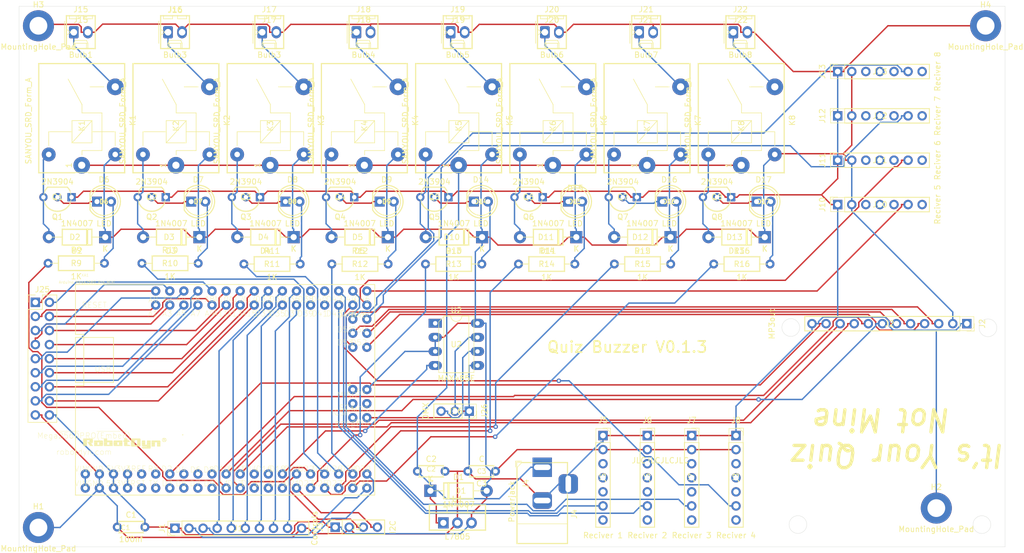
<source format=kicad_pcb>
(kicad_pcb (version 20221018) (generator pcbnew)
  (title_block (title "Quiz Buzzer") (date "2023-04-04") (rev "V0.1.2") (company "Tobin Stage") (comment 1 "By TwinTurbo"))
  (layers (0 "F.Cu" signal) (31 "B.Cu" signal) (34 "B.Paste" user) (35 "F.Paste" user) (36 "B.SilkS" user "B.Silkscreen") (37 "F.SilkS" user "F.Silkscreen") (38 "B.Mask" user) (39 "F.Mask" user) (44 "Edge.Cuts" user))
  (net 0 "")
  (net 1 "GND")
  (net 2 "+12V")
  (net 3 "+5V")
  (net 4 "Net-(D2-A)")
  (net 5 "Net-(D3-A)")
  (net 6 "Net-(D4-A)")
  (net 7 "Net-(D5-A)")
  (net 8 "Net-(D6-A)")
  (net 9 "Net-(D6-K)")
  (net 10 "Net-(D7-A)")
  (net 11 "Net-(D7-K)")
  (net 12 "Net-(D8-A)")
  (net 13 "Net-(D8-K)")
  (net 14 "Net-(D9-A)")
  (net 15 "Net-(D9-K)")
  (net 16 "Net-(D10-A)")
  (net 17 "Net-(D11-A)")
  (net 18 "Net-(D12-A)")
  (net 19 "Net-(D13-A)")
  (net 20 "Net-(D14-A)")
  (net 21 "Net-(D14-K)")
  (net 22 "Net-(D15-A)")
  (net 23 "Net-(D15-K)")
  (net 24 "Net-(D16-A)")
  (net 25 "Net-(D16-K)")
  (net 26 "Net-(D17-A)")
  (net 27 "Net-(D17-K)")
  (net 28 "Net-(J1-Pin_9)")
  (net 29 "Net-(J1-Pin_8)")
  (net 30 "Net-(J1-Pin_7)")
  (net 31 "Net-(J1-Pin_6)")
  (net 32 "Net-(J1-Pin_5)")
  (net 33 "Net-(J1-Pin_4)")
  (net 34 "Net-(J1-Pin_3)")
  (net 35 "Net-(J1-Pin_2)")
  (net 36 "PORTB_1")
  (net 37 "PORTB_2")
  (net 38 "PORTB_3")
  (net 39 "PORTB_4")
  (net 40 "PORTB_5")
  (net 41 "PORTB_6")
  (net 42 "PORTB_7")
  (net 43 "PORTB_0")
  (net 44 "SDA")
  (net 45 "SCL")
  (net 46 "MP3_EN")
  (net 47 "Rec1")
  (net 52 "Rec2")
  (net 57 "Rec3")
  (net 62 "Rec4")
  (net 72 "Rec5")
  (net 77 "Rec6")
  (net 82 "Rec7")
  (net 87 "Rec8")
  (net 97 "Net-(J15-Pin_1)")
  (net 98 "Net-(J16-Pin_1)")
  (net 99 "Net-(J17-Pin_1)")
  (net 100 "Net-(J18-Pin_1)")
  (net 101 "Net-(J19-Pin_1)")
  (net 102 "Net-(J20-Pin_1)")
  (net 103 "Net-(J21-Pin_1)")
  (net 104 "Net-(J22-Pin_1)")
  (net 105 "Lamp1")
  (net 106 "Lamp3")
  (net 107 "Lamp5")
  (net 108 "Lamp7")
  (net 109 "Lamp2")
  (net 110 "Lamp4")
  (net 111 "Lamp6")
  (net 112 "Lamp8")
  (net 113 "Net-(J26-Pin_2)")
  (net 114 "Net-(J26-Pin_3)")
  (net 115 "unconnected-(XA1-PadVIN)")
  (net 116 "unconnected-(XA1-3.3V-Pad3V3)")
  (net 121 "AUX-HEAD-3")
  (net 122 "AUX-HEAD-1")
  (net 123 "DMX-RX")
  (net 124 "AUX-HEAD-4")
  (net 125 "AUX-HEAD-2")
  (net 126 "DMX-TX")
  (net 127 "AUX-HEAD-6")
  (net 128 "AUX-HEAD-5")
  (net 129 "AUX-HEAD-7")
  (net 130 "AUX-HEAD-8")
  (net 131 "AUX-HEAD-10")
  (net 132 "AUX-HEAD-9")
  (net 133 "AUX-HEAD-11")
  (net 134 "AUX-HEAD-12")
  (net 135 "AUX-HEAD-13")
  (net 136 "AUX-HEAD-14")
  (net 137 "AUX-HEAD-15")
  (net 138 "AUX-HEAD-16")
  (footprint "Capacitor_THT:C_Disc_D4.3mm_W1.9mm_P5.00mm" (layer "F.Cu") (at 95.013 97.292)
    (fp_text reference "C2")
    (fp_text value "C")
  )
  (footprint "Capacitor_THT:C_Disc_D4.3mm_W1.9mm_P5.00mm" (layer "F.Cu") (at 109.113 97.292 180)
    (fp_text reference "C3")
    (fp_text value "C")
  )
  (footprint "Diode_THT:D_DO-41_SOD81_P10.16mm_Horizontal" (layer "F.Cu") (at 97.363 100.812)
    (fp_text reference "D1")
    (fp_text value "1N4007")
  )
  (footprint "Diode_THT:D_DO-41_SOD81_P10.16mm_Horizontal" (layer "F.Cu") (at 38.691 55.05 180)
    (fp_text reference "D2")
    (fp_text value "1N4007")
  )
  (footprint "Diode_THT:D_DO-41_SOD81_P10.16mm_Horizontal" (layer "F.Cu") (at 72.691 55.05 180)
    (fp_text reference "D4")
    (fp_text value "1N4007")
  )
  (footprint "Diode_THT:D_DO-41_SOD81_P10.16mm_Horizontal" (layer "F.Cu") (at 89.691 55.05 180)
    (fp_text reference "D5")
    (fp_text value "1N4007")
  )
  (footprint "LED_THT:LED_D5.0mm" (layer "F.Cu") (at 37.211 48.64)
    (fp_text reference "D6")
    (fp_text value "LED")
  )
  (footprint "LED_THT:LED_D5.0mm" (layer "F.Cu") (at 54.211 48.64)
    (fp_text reference "D7")
    (fp_text value "LED")
  )
  (footprint "LED_THT:LED_D5.0mm" (layer "F.Cu") (at 71.211 48.64)
    (fp_text reference "D8")
    (fp_text value "LED")
  )
  (footprint "LED_THT:LED_D5.0mm" (layer "F.Cu") (at 88.211 48.64)
    (fp_text reference "D9")
    (fp_text value "LED")
  )
  (footprint "Diode_THT:D_DO-41_SOD81_P10.16mm_Horizontal" (layer "F.Cu") (at 106.691 55.05 180)
    (fp_text reference "D10")
    (fp_text value "1N4007")
  )
  (footprint "Diode_THT:D_DO-41_SOD81_P10.16mm_Horizontal" (layer "F.Cu") (at 123.691 55.05 180)
    (fp_text reference "D11")
    (fp_text value "1N4007")
  )
  (footprint "Diode_THT:D_DO-41_SOD81_P10.16mm_Horizontal" (layer "F.Cu") (at 140.691 55.05 180)
    (fp_text reference "D12")
    (fp_text value "1N4007")
  )
  (footprint "Diode_THT:D_DO-41_SOD81_P10.16mm_Horizontal" (layer "F.Cu") (at 157.691 55.05 180)
    (fp_text reference "D13")
    (fp_text value "1N4007")
  )
  (footprint "LED_THT:LED_D5.0mm" (layer "F.Cu") (at 105.211 48.64)
    (fp_text reference "D14")
    (fp_text value "LED")
  )
  (footprint "LED_THT:LED_D5.0mm" (layer "F.Cu") (at 122.211 48.64)
    (fp_text reference "D15")
    (fp_text value "LED")
  )
  (footprint "LED_THT:LED_D5.0mm" (layer "F.Cu") (at 139.211 48.64)
    (fp_text reference "D16")
    (fp_text value "LED")
  )
  (footprint "LED_THT:LED_D5.0mm" (layer "F.Cu") (at 156.211 48.64)
    (fp_text reference "D17")
    (fp_text value "LED")
  )
  (footprint "Connector_PinHeader_2.54mm:PinHeader_1x10_P2.54mm_Vertical" (layer "F.Cu") (at 51.275 107.574 90)
    (fp_text reference "J1")
    (fp_text value "Controls")
  )
  (footprint "Connector_PinSocket_2.54mm:PinSocket_1x04_P2.54mm_Vertical" (layer "F.Cu") (at 80.183 107.377 90)
    (fp_text reference "J3")
    (fp_text value "I2C")
  )
  (footprint "Connector_BarrelJack:BarrelJack_Horizontal" (layer "F.Cu") (at 117.543 96.572 90)
    (fp_text reference "J4")
    (fp_text value "Powerjack")
  )
  (footprint "Connector_Molex:Molex_KK-254_AE-6410-02A_1x02_P2.54mm_Vertical" (layer "F.Cu") (at 33.021 18.08)
    (fp_text reference "J15")
    (fp_text value "Bulb1")
  )
  (footprint "Connector_Molex:Molex_KK-254_AE-6410-02A_1x02_P2.54mm_Vertical" (layer "F.Cu") (at 50.021 18.08)
    (fp_text reference "J16")
    (fp_text value "Bulb3")
  )
  (footprint "Connector_Molex:Molex_KK-254_AE-6410-02A_1x02_P2.54mm_Vertical" (layer "F.Cu") (at 84.021 18.08)
    (fp_text reference "J18")
    (fp_text value "Bulb4")
  )
  (footprint "Connector_Molex:Molex_KK-254_AE-6410-02A_1x02_P2.54mm_Vertical" (layer "F.Cu") (at 101.021 18.08)
    (fp_text reference "J19")
    (fp_text value "Bulb5")
  )
  (footprint "Connector_Molex:Molex_KK-254_AE-6410-02A_1x02_P2.54mm_Vertical" (layer "F.Cu") (at 118.021 18.08)
    (fp_text reference "J20")
    (fp_text value "Bulb6")
  )
  (footprint "Connector_Molex:Molex_KK-254_AE-6410-02A_1x02_P2.54mm_Vertical" (layer "F.Cu") (at 135.021 18.08)
    (fp_text reference "J21")
    (fp_text value "Bulb7")
  )
  (footprint "Connector_Molex:Molex_KK-254_AE-6410-02A_1x02_P2.54mm_Vertical" (layer "F.Cu") (at 152.021 18.08)
    (fp_text reference "J22")
    (fp_text value "Bulb8")
  )
  (footprint "Relay_THT:Relay_SPST_SANYOU_SRD_Series_Form_A" (layer "F.Cu") (at 34.451 42.08 90)
    (fp_text reference "K1")
    (fp_text value "SANYOU_SRD_Form_A")
  )
  (footprint "Relay_THT:Relay_SPST_SANYOU_SRD_Series_Form_A" (layer "F.Cu") (at 51.451 42.08 90)
    (fp_text reference "K2")
    (fp_text value "SANYOU_SRD_Form_A")
  )
  (footprint "Relay_THT:Relay_SPST_SANYOU_SRD_Series_Form_A" (layer "F.Cu") (at 68.451 42.08 90)
    (fp_text reference "K3")
    (fp_text value "SANYOU_SRD_Form_A")
  )
  (footprint "Relay_THT:Relay_SPST_SANYOU_SRD_Series_Form_A" (layer "F.Cu") (at 85.451 42.08 90)
    (fp_text reference "K4")
    (fp_text value "SANYOU_SRD_Form_A")
  )
  (footprint "Relay_THT:Relay_SPST_SANYOU_SRD_Series_Form_A" (layer "F.Cu") (at 102.451 42.08 90)
    (fp_text reference "K5")
    (fp_text value "SANYOU_SRD_Form_A")
  )
  (footprint "Relay_THT:Relay_SPST_SANYOU_SRD_Series_Form_A" (layer "F.Cu") (at 119.451 42.08 90)
    (fp_text reference "K6")
    (fp_text value "SANYOU_SRD_Form_A")
  )
  (footprint "Relay_THT:Relay_SPST_SANYOU_SRD_Series_Form_A" (layer "F.Cu") (at 136.451 42.08 90)
    (fp_text reference "K7")
    (fp_text value "SANYOU_SRD_Form_A")
  )
  (footprint "Relay_THT:Relay_SPST_SANYOU_SRD_Series_Form_A" (layer "F.Cu") (at 153.451 42.08 90)
    (fp_text reference "K8")
    (fp_text value "SANYOU_SRD_Form_A")
  )
  (footprint "Package_TO_SOT_THT:TO-92_Inline_Wide" (layer "F.Cu") (at 32.621 47.84 180)
    (fp_text reference "Q1")
    (fp_text value "2N3904")
  )
  (footprint "Package_TO_SOT_THT:TO-92_Inline_Wide" (layer "F.Cu") (at 49.621 47.84 180)
    (fp_text reference "Q2")
    (fp_text value "2N3904")
  )
  (footprint "Package_TO_SOT_THT:TO-92_Inline_Wide" (layer "F.Cu") (at 66.621 47.84 180)
    (fp_text reference "Q3")
    (fp_text value "2N3904")
  )
  (footprint "Package_TO_SOT_THT:TO-92_Inline_Wide" (layer "F.Cu") (at 83.621 47.84 180)
    (fp_text reference "Q4")
    (fp_text value "2N3904")
  )
  (footprint "Package_TO_SOT_THT:TO-92_Inline_Wide" (layer "F.Cu") (at 100.621 47.84 180)
    (fp_text reference "Q5")
    (fp_text value "2N3904")
  )
  (footprint "Package_TO_SOT_THT:TO-92_Inline_Wide" (layer "F.Cu") (at 117.621 47.84 180)
    (fp_text reference "Q6")
    (fp_text value "2N3904")
  )
  (footprint "Package_TO_SOT_THT:TO-92_Inline_Wide" (layer "F.Cu") (at 134.621 47.84 180)
    (fp_text reference "Q7")
    (fp_text value "2N3904")
  )
  (footprint "Package_TO_SOT_THT:TO-92_Inline_Wide" (layer "F.Cu") (at 151.621 47.84 180)
    (fp_text reference "Q8")
    (fp_text value "2N3904")
  )
  (footprint "Resistor_THT:R_Axial_DIN0207_L6.3mm_D2.5mm_P10.16mm_Horizontal" (layer "F.Cu") (at 28.391 59.76)
    (fp_text reference "R9")
    (fp_text value "1K")
  )
  (footprint "Resistor_THT:R_Axial_DIN0207_L6.3mm_D2.5mm_P10.16mm_Horizontal" (layer "F.Cu") (at 45.311 59.77)
    (fp_text reference "R10")
    (fp_text value "1K")
  )
  (footprint "Resistor_THT:R_Axial_DIN0207_L6.3mm_D2.5mm_P10.16mm_Horizontal" (layer "F.Cu") (at 63.711 59.9)
    (fp_text reference "R11")
    (fp_text value "1K")
  )
  (footprint "Resistor_THT:R_Axial_DIN0207_L6.3mm_D2.5mm_P10.16mm_Horizontal" (layer "F.Cu") (at 79.581 59.9)
    (fp_text reference "R12")
    (fp_text value "1K")
  )
  (footprint "Resistor_THT:R_Axial_DIN0207_L6.3mm_D2.5mm_P10.16mm_Horizontal" (layer "F.Cu") (at 96.481 59.9)
    (fp_text reference "R13")
    (fp_text value "1K")
  )
  (footprint "Resistor_THT:R_Axial_DIN0207_L6.3mm_D2.5mm_P10.16mm_Horizontal" (layer "F.Cu") (at 113.261 59.9)
    (fp_text reference "R14")
    (fp_text value "1K")
  )
  (footprint "Resistor_THT:R_Axial_DIN0207_L6.3mm_D2.5mm_P10.16mm_Horizontal" (layer "F.Cu") (at 130.561 59.9)
    (fp_text reference "R15")
    (fp_text value "1K")
  )
  (footprint "Resistor_THT:R_Axial_DIN0207_L6.3mm_D2.5mm_P10.16mm_Horizontal" (layer "F.Cu") (at 148.491 59.9)
    (fp_text reference "R16")
    (fp_text value "1K")
  )
  (footprint "Package_TO_SOT_THT:TO-220-3_Vertical" (layer "F.Cu") (at 99.703 106.602)
    (fp_text reference "U1")
    (fp_text value "L7805")
  )
  (footprint "AA-ROB-FULL:MEGA2560PRO-EMBED" (layer "F.Cu") (at 68.124 81.275)
    (fp_text reference "XA1")
    (fp_text value "Arduino_Mega2560_Pro_Mini")
  )
  (footprint "Capacitor_THT:C_Disc_D4.3mm_W1.9mm_P5.00mm" (layer "F.Cu") (at 40.864 107.358)
    (fp_text reference "C1")
    (fp_text value "100nf")
  )
  (footprint "Connector_PinSocket_2.54mm:PinSocket_1x12_P2.54mm_Vertical" (layer "F.Cu") (at 194.157 70.658 -90)
    (fp_text reference "J2")
    (fp_text value "MP3out")
  )
  (footprint "MountingHole:MountingHole_3.2mm_M3_DIN965_Pad" (layer "F.Cu") (at 26.643 107.44)
    (fp_text reference "H1")
    (fp_text value "MountingHole_Pad")
  )
  (footprint "MountingHole:MountingHole_3.2mm_M3_DIN965_Pad" (layer "F.Cu") (at 188.648 103.941)
    (fp_text reference "H2")
    (fp_text value "MountingHole_Pad")
  )
  (footprint "MountingHole:MountingHole_3.2mm_M3_DIN965_Pad" (layer "F.Cu") (at 26.643 16.91)
    (fp_text reference "H3")
    (fp_text value "MountingHole_Pad")
  )
  (footprint "MountingHole:MountingHole_3.2mm_M3_DIN965_Pad" (layer "F.Cu") (at 197.545 16.91)
    (fp_text reference "H4")
    (fp_text value "MountingHole_Pad")
  )
  (footprint "Diode_THT:D_DO-41_SOD81_P10.16mm_Horizontal" (layer "F.Cu") (at 55.691 55.05 180)
    (fp_text reference "D3")
    (fp_text value "1N4007")
  )
  (footprint "Connector_Molex:Molex_KK-254_AE-6410-02A_1x02_P2.54mm_Vertical" (layer "F.Cu") (at 67.021 18.08)
    (fp_text reference "J17")
    (fp_text value "Bulb3")
  )
  (footprint "Connector_PinSocket_2.54mm:PinSocket_1x07_P2.54mm_Vertical" (layer "F.Cu") (at 136.506 90.847)
    (fp_text reference "J6")
    (fp_text value "Reciver 2")
  )
  (footprint "Connector_PinSocket_2.54mm:PinSocket_1x07_P2.54mm_Vertical" (layer "F.Cu") (at 170.851 41.168 90)
    (fp_text reference "J11")
    (fp_text value "Reciver 6")
  )
  (footprint "Connector_PinSocket_2.54mm:PinSocket_1x07_P2.54mm_Vertical" (layer "F.Cu") (at 170.851 33.168 90)
    (fp_text reference "J12")
    (fp_text value "Reciver 7")
  )
  (footprint "Connector_PinSocket_2.54mm:PinSocket_1x07_P2.54mm_Vertical" (layer "F.Cu") (at 170.851 49.168 90)
    (fp_text reference "J10")
    (fp_text value "Reciver 5")
  )
  (footprint "Connector_PinSocket_2.54mm:PinSocket_1x07_P2.54mm_Vertical" (layer "F.Cu") (at 128.506 90.847)
    (fp_text reference "J5")
    (fp_text value "Reciver 1")
  )
  (footprint "Connector_PinSocket_2.54mm:PinSocket_1x07_P2.54mm_Vertical" (layer "F.Cu") (at 170.851 25.168 90)
    (fp_text reference "J13")
    (fp_text value "Reciver 8")
  )
  (footprint "Connector_PinSocket_2.54mm:PinSocket_1x07_P2.54mm_Vertical" (layer "F.Cu") (at 152.506 90.847)
    (fp_text reference "J8")
    (fp_text value "Reciver 4")
  )
  (footprint "Connector_PinSocket_2.54mm:PinSocket_1x07_P2.54mm_Vertical" (layer "F.Cu") (at 144.506 90.847)
    (fp_text reference "J7")
    (fp_text value "Reciver 3")
  )
  (footprint "Connector_PinHeader_2.54mm:PinHeader_2x09_P2.54mm_Vertical" (layer "F.Cu") (at 26.087 66.814)
    (fp_text reference "J25")
    (fp_text value "Conn_02x09_Odd_Even")
  )
  (footprint "Connector_PinSocket_2.54mm:PinSocket_1x03_P2.54mm_Vertical" (layer "F.Cu") (at 104.372 86.448 -90)
    (fp_text reference "J26")
    (fp_text value "DMX")
  )
  (footprint "Package_DIP:DIP-8_W7.62mm_LongPads" (layer "F.Cu") (at 98.237 70.588)
    (fp_text reference "U2")
    (fp_text value "MAX485E")
  )
  (gr_circle (center 196.867 106.918) (end 195.267 106.918) (stroke (width 0.05)) (fill none) (layer "Edge.Cuts"))
  (gr_circle (center 163.677 106.908) (end 162.077 106.908) (stroke (width 0.05)) (fill none) (layer "Edge.Cuts"))
  (gr_circle (center 197.967 71.408) (end 196.367 71.408) (stroke (width 0.05)) (fill none) (layer "Edge.Cuts"))
  (gr_circle (center 162.387 71.358) (end 160.787 71.358) (stroke (width 0.05)) (fill none) (layer "Edge.Cuts"))
  (gr_line (start 201.045 110.94) (end 201.045 13.41) (stroke (width 0.05)) (layer "Edge.Cuts"))
  (gr_line (start 23.143 13.41) (end 23.143 110.94) (stroke (width 0.05)) (layer "Edge.Cuts"))
  (gr_line (start 23.143 110.94) (end 201.045 110.94) (stroke (width 0.05)) (layer "Edge.Cuts"))
  (gr_line (start 201.045 13.41) (end 23.143 13.41) (stroke (width 0.05)) (layer "Edge.Cuts"))
  (gr_text "It's Your Quiz \n Not Mine" (at 180.225 91.231 180) (layer "F.SilkS") (effects (font (size 4 3.7) (thickness 0.6) italic)))
  (gr_text "JLCJLCJLCJLC" (at 138.846 95.343) (layer "F.SilkS") (effects (font (size 1 1))))
  (gr_text "Quiz Buzzer V0.1.3 " (at 133.65 74.873) (layer "F.SilkS") (effects (font (size 2 2) (thickness 0.3))))
  (segment (start 103.1967 86.792) (end 102.3637 87.625) (width 0.25) (layer "F.Cu") (net 1))
  (segment (start 170.851 49.168) (end 169.6757 49.168) (width 0.25) (layer "F.Cu") (net 1))
  (segment (start 74.135 107.574) (end 75.3103 107.574) (width 0.25) (layer "F.Cu") (net 1))
  (segment (start 52.561 18.08) (end 52.561 17.7908) (width 0.25) (layer "F.Cu") (net 1))
  (segment (start 52.561 17.7908) (end 53.7099 16.6419) (width 0.25) (layer "F.Cu") (net 1))
  (segment (start 66.7555 47.84) (end 65.6802 46.7647) (width 0.25) (layer "F.Cu") (net 1))
  (segment (start 104.372 86.448) (end 103.1967 86.448) (width 0.25) (layer "F.Cu") (net 1))
  (segment (start 167.9223 47.4146) (end 170.851 44.4859) (width 0.25) (layer "F.Cu") (net 1))
  (segment (start 105.4835 98.6625) (end 104.113 97.292) (width 0.25) (layer "F.Cu") (net 1))
  (segment (start 50.1587 47.84) (end 50.6963 47.84) (width 0.25) (layer "F.Cu") (net 1))
  (segment (start 32.621 47.84) (end 33.6963 47.84) (width 0.25) (layer "F.Cu") (net 1))
  (segment (start 132.6048 46.7647) (end 119.7716 46.7647) (width 0.25) (layer "F.Cu") (net 1))
  (segment (start 52.561 17.7908) (end 51.3815 16.6113) (width 0.25) (layer "F.Cu") (net 1))
  (segment (start 136.7716 46.7647) (end 149.6049 46.7647) (width 0.25) (layer "F.Cu") (net 1))
  (segment (start 86.5608 16.6586) (end 72.1777 16.6586) (width 0.25) (layer "F.Cu") (net 1))
  (segment (start 82.723 107.5997) (end 83.7193 108.596) (width 0.25) (layer "F.Cu") (net 1))
  (segment (start 149.6049 46.7647) (end 150.5457 47.7055) (width 0.25) (layer "F.Cu") (net 1))
  (segment (start 154.561 18.08) (end 153.3657 18.08) (width 0.25) (layer "F.Cu") (net 1))
  (segment (start 26.643 16.91) (end 26.8944 16.6586) (width 0.25) (layer "F.Cu") (net 1))
  (segment (start 76.2886 108.5523) (end 75.3103 107.574) (width 0.25) (layer "F.Cu") (net 1))
  (segment (start 67.9673 46.7626) (end 66.8899 47.84) (width 0.25) (layer "F.Cu") (net 1))
  (segment (start 86.6303 16.5895) (end 101.8464 16.5895) (width 0.25) (layer "F.Cu") (net 1))
  (segment (start 152.506 90.847) (end 144.506 90.847) (width 0.25) (layer "F.Cu") (net 1))
  (segment (start 51.7716 46.7647) (end 50.6963 47.84) (width 0.25) (layer "F.Cu") (net 1))
  (segment (start 117.543 102.572) (end 113.6335 98.6625) (width 0.25) (layer "F.Cu") (net 1))
  (segment (start 137.561 16.6508) (end 137.561 16.6597) (width 0.25) (layer "F.Cu") (net 1))
  (segment (start 50.1587 47.84) (end 49.0834 46.7647) (width 0.25) (layer "F.Cu") (net 1))
  (segment (start 170.851 44.4859) (end 170.851 41.168) (width 0.25) (layer "F.Cu") (net 1))
  (segment (start 170.851 25.168) (end 162.8443 25.168) (width 0.25) (layer "F.Cu") (net 1))
  (segment (start 85.7716 46.7647) (end 84.6963 47.84) (width 0.25) (layer "F.Cu") (net 1))
  (segment (start 102.243 97.292) (end 100.013 97.292) (width 0.25) (layer "F.Cu") (net 1))
  (segment (start 37.644 97.785) (end 37.5306 97.785) (width 0.25) (layer "F.Cu") (net 1))
  (segment (start 101.8464 16.5895) (end 102.3657 17.1088) (width 0.25) (layer "F.Cu") (net 1))
  (segment (start 82.723 107.5997) (end 81.7704 108.5523) (width 0.25) (layer "F.Cu") (net 1))
  (segment (start 137.561 18.08) (end 137.561 16.6597) (width 0.25) (layer "F.Cu") (net 1))
  (segment (start 103.561 18.08) (end 102.3657 18.08) (width 0.25) (layer "F.Cu") (net 1))
  (segment (start 86.561 16.6588) (end 86.6303 16.5895) (width 0.25) (layer "F.Cu") (net 1))
  (segment (start 83.0813 46.7626) (end 67.9673 46.7626) (width 0.25) (layer "F.Cu") (net 1))
  (segment (start 121.1587 18.08) (end 121.7563 18.08) (width 0.25) (layer "F.Cu") (net 1))
  (segment (start 133.5457 47.84) (end 133.5457 47.7056) (width 0.25) (layer "F.Cu") (net 1))
  (segment (start 137.561 16.6508) (end 123.1855 16.6508) (width 0.25) (layer "F.Cu") (net 1))
  (segment (start 113.6335 98.6625) (end 105.4835 98.6625) (width 0.25) (layer "F.Cu") (net 1))
  (segment (start 37.5306 97.785) (end 27.2623 87.5167) (width 0.25) (layer "F.Cu") (net 1))
  (segment (start 120.561 18.08) (end 121.1587 18.08) (width 0.25) (layer "F.Cu") (net 1))
  (segment (start 106.1793 16.657) (end 104.7563 18.08) (width 0.25) (layer "F.Cu") (net 1))
  (segment (start 172.0263 24.8007) (end 172.0263 25.168) (width 0.25) (layer "F.Cu") (net 1))
  (segment (start 153.3657 18.08) (end 153.3657 17.1088) (width 0.25) (layer "F.Cu") (net 1))
  (segment (start 84.1587 47.84) (end 84.6963 47.84) (width 0.25) (layer "F.Cu") (net 1))
  (segment (start 151.621 47.84) (end 152.6963 47.84) (width 0.25) (layer "F.Cu") (net 1))
  (segment (start 117.0813 46.7626) (end 102.2361 46.7626) (width 0.25) (layer "F.Cu") (net 1))
  (segment (start 135.6963 47.84) (end 136.7716 46.7647) (width 0.25) (layer "F.Cu") (net 1))
  (segment (start 27.2623 87.5167) (end 27.2623 87.134) (width 0.25) (layer "F.Cu") (net 1))
  (segment (start 86.561 16.6588) (end 86.5608 16.6586) (width 0.25) (layer "F.Cu") (net 1))
  (segment (start 144.506 90.847) (end 136.506 90.847) (width 0.25) (layer "F.Cu") (net 1))
  (segment (start 68.3657 17.1088) (end 68.3657 18.08) (width 0.25) (layer "F.Cu") (net 1))
  (segment (start 153.3657 17.1088) (end 152.9077 16.6508) (width 0.25) (layer "F.Cu") (net 1))
  (segment (start 197.545 16.91) (end 179.917 16.91) (width 0.25) (layer "F.Cu") (net 1))
  (segment (start 40.864 107.358) (end 42.7304 109.2244) (width 0.25) (layer "F.Cu") (net 1))
  (segment (start 53.7099 16.6419) (end 67.8988 16.6419) (width 0.25) (layer "F.Cu") (net 1))
  (segment (start 38.225 16.6113) (end 36.7563 18.08) (width 0.25) (layer "F.Cu") (net 1))
  (segment (start 33.9155 16.6586) (end 34.3657 17.1088) (width 0.25) (layer "F.Cu") (net 1))
  (segment (start 152.9077 16.6508) (end 137.561 16.6508) (width 0.25) (layer "F.Cu") (net 1))
  (segment (start 49.0834 46.7647) (end 34.7716 46.7647) (width 0.25) (layer "F.Cu") (net 1))
  (segment (start 117.621 47.84) (end 118.1587 47.84) (width 0.25) (layer "F.Cu") (net 1))
  (segment (start 167.9223 47.4146) (end 153.1217 47.4146) (width 0.25) (layer "F.Cu") (net 1))
  (segment (start 69.561 18.08) (end 70.7563 18.08) (width 0.25) (layer "F.Cu") (net 1))
  (segment (start 103.1967 86.448) (end 103.1967 86.792) (width 0.25) (layer "F.Cu") (net 1))
  (segment (start 66.621 47.84) (end 66.7555 47.84) (width 0.25) (layer "F.Cu") (net 1))
  (segment (start 162.8443 25.168) (end 155.7563 18.08) (width 0.25) (layer "F.Cu") (net 1))
  (segment (start 26.087 87.134) (end 27.2623 87.134) (width 0.25) (layer "F.Cu") (net 1))
  (segment (start 102.2361 46.7626) (end 101.1587 47.84) (width 0.25) (layer "F.Cu") (net 1))
  (segment (start 104.113 97.292) (end 102.243 97.292) (width 0.25) (layer "F.Cu") (net 1))
  (segment (start 102.243 97.292) (end 102.243 105.2767) (width 0.25) (layer "F.Cu") (net 1))
  (segment (start 26.8944 16.6586) (end 33.9155 16.6586) (width 0.25) (layer "F.Cu") (net 1))
  (segment (start 118.1587 47.84) (end 118.6963 47.84) (width 0.25) (layer "F.Cu") (net 1))
  (segment (start 82.723 107.5997) (end 82.723 107.377) (width 0.25) (layer "F.Cu") (net 1))
  (segment (start 42.7304 109.2244) (end 72.4846 109.2244) (width 0.25) (layer "F.Cu") (net 1))
  (segment (start 35.561 18.08) (end 36.7563 18.08) (width 0.25) (layer "F.Cu") (net 1))
  (segment (start 119.7716 46.7647) (end 118.6963 47.84) (width 0.25) (layer "F.Cu") (net 1))
  (segment (start 86.561 18.08) (end 86.561 16.6597) (width 0.25) (layer "F.Cu") (net 1))
  (segment (start 34.7716 46.7647) (end 33.6963 47.84) (width 0.25) (layer "F.Cu") (net 1))
  (segment (start 49.621 47.84) (end 50.1587 47.84) (width 0.25) (layer "F.Cu") (net 1))
  (segment (start 151.621 47.84) (end 150.5457 47.84) (width 0.25) (layer "F.Cu") (net 1))
  (segment (start 150.5457 47.7055) (end 150.5457 47.84) (width 0.25) (layer "F.Cu") (net 1))
  (segment (start 100.621 47.84) (end 100.8899 47.84) (width 0.25) (layer "F.Cu") (net 1))
  (segment (start 135.1587 47.84) (end 134.621 47.84) (width 0.25) (layer "F.Cu") (net 1))
  (segment (start 169.6757 49.168) (end 167.9223 47.4146) (width 0.25) (layer "F.Cu") (net 1))
  (segment (start 123.1855 16.6508) (end 121.7563 18.08) (width 0.25) (layer "F.Cu") (net 1))
  (segment (start 86.561 16.6597) (end 86.561 16.6588) (width 0.25) (layer "F.Cu") (net 1))
  (segment (start 154.561 18.08) (end 155.7563 18.08) (width 0.25) (layer "F.Cu") (net 1))
  (segment (start 153.1217 47.4146) (end 152.6963 47.84) (width 0.25) (layer "F.Cu") (net 1))
  (segment (start 128.506 90.847) (end 136.506 90.847) (width 0.25) (layer "F.Cu") (net 1))
  (segment (start 69.561 18.08) (end 68.3657 18.08) (width 0.25) (layer "F.Cu") (net 1))
  (segment (start 102.243 106.602) (end 102.243 105.2767) (width 0.25) (layer "F.Cu") (net 1))
  (segment (start 170.851 25.168) (end 172.0263 25.168) (width 0.25) (layer "F.Cu") (net 1))
  (segment (start 134.621 47.84) (end 133.5457 47.84) (width 0.25) (layer "F.Cu") (net 1))
  (segment (start 84.1587 47.84) (end 83.0813 46.7626) (width 0.25) (layer "F.Cu") (net 1))
  (segment (start 35.561 18.08) (end 34.3657 18.08) (width 0.25) (layer "F.Cu") (net 1))
  (segment (start 100.8899 47.84) (end 99.8146 46.7647) (width 0.25) (layer "F.Cu") (net 1))
  (segment (start 72.1777 16.6586) (end 70.7563 18.08) (width 0.25) (layer "F.Cu") (net 1))
  (segment (start 102.3637 87.625) (end 85.904 87.625) (width 0.25) (layer "F.Cu") (net 1))
  (segment (start 34.3657 17.1088) (end 34.3657 18.08) (width 0.25) (layer "F.Cu") (net 1))
  (segment (start 81.7704 108.5523) (end 76.2886 108.5523) (width 0.25) (layer "F.Cu") (net 1))
  (segment (start 99.8146 46.7647) (end 85.7716 46.7647) (width 0.25) (layer "F.Cu") (net 1))
  (segment (start 100.8899 47.84) (end 101.1587 47.84) (width 0.25) (layer "F.Cu") (net 1))
  (segment (start 83.621 47.84) (end 84.1587 47.84) (width 0.25) (layer "F.Cu") (net 1))
  (segment (start 65.6802 46.7647) (end 51.7716 46.7647) (width 0.25) (layer "F.Cu") (net 1))
  (segment (start 179.917 16.91) (end 172.0263 24.8007) (width 0.25) (layer "F.Cu") (net 1))
  (segment (start 118.1587 47.84) (end 117.0813 46.7626) (width 0.25) (layer "F.Cu") (net 1))
  (segment (start 100.249 108.596) (end 102.243 106.602) (width 0.25) (layer "F.Cu") (net 1))
  (segment (start 83.7193 108.596) (end 100.249 108.596) (width 0.25) (layer "F.Cu") (net 1))
  (segment (start 119.7357 16.657) (end 106.1793 16.657) (width 0.25) (layer "F.Cu") (net 1))
  (segment (start 72.4846 109.2244) (end 74.135 107.574) (width 0.25) (layer "F.Cu") (net 1))
  (segment (start 102.3657 17.1088) (end 102.3657 18.08) (width 0.25) (layer "F.Cu") (net 1))
  (segment (start 135.1587 47.84) (end 135.6963 47.84) (width 0.25) (layer "F.Cu") (net 1))
  (segment (start 66.7555 47.84) (end 66.8899 47.84) (width 0.25) (layer "F.Cu") (net 1))
  (segment (start 51.3815 16.6113) (end 38.225 16.6113) (width 0.25) (layer "F.Cu") (net 1))
  (segment (start 67.8988 16.6419) (end 68.3657 17.1088) (width 0.25) (layer "F.Cu") (net 1))
  (segment (start 121.1587 18.08) (end 119.7357 16.657) (width 0.25) (layer "F.Cu") (net 1))
  (segment (start 133.5457 47.7056) (end 132.6048 46.7647) (width 0.25) (layer "F.Cu") (net 1))
  (segment (start 103.561 18.08) (end 104.7563 18.08) (width 0.25) (layer "F.Cu") (net 1))
  (segment (start 128.506 90.847) (end 128.506 92.0223) (width 0.25) (layer "B.Cu") (net 1))
  (segment (start 105.857 78.208) (end 104.3317 78.208) (width 0.25) (layer "B.Cu") (net 1))
  (segment (start 128.506 92.0223) (end 128.1387 92.0223) (width 0.25) (layer "B.Cu") (net 1))
  (segment (start 194.157 70.658) (end 192.9817 70.658) (width 0.25) (layer "B.Cu") (net 1))
  (segment (start 104.3317 78.208) (end 104.3317 85.2324) (width 0.25) (layer "B.Cu") (net 1))
  (segment (start 152.506 85.5443) (end 152.506 90.847) (width 0.25) (layer "B.Cu") (net 1))
  (segment (start 166.217 70.658) (end 166.217 71.8333) (width 0.25) (layer "B.Cu") (net 1))
  (segment (start 104.372 86.448) (end 104.372 85.2727) (width 0.25) (layer "B.Cu") (net 1))
  (segment (start 188.648 71.8473) (end 188.648 103.941) (width 0.25) (layer "B.Cu") (net 1))
  (segment (start 128.1387 92.0223) (end 122.243 97.918) (width 0.25) (layer "B.Cu") (net 1))
  (segment (start 120.543 99.572) (end 122.243 99.572) (width 0.25) (layer "B.Cu") (net 1))
  (segment (start 122.243 97.918) (end 122.243 99.572) (width 0.25) (layer "B.Cu") (net 1))
  (segment (start 179.3825 69.4593) (end 180.187 70.2638) (width 0.25) (layer "B.Cu") (net 1))
  (segment (start 192.1597 71.8473) (end 188.648 71.8473) (width 0.25) (layer "B.Cu") (net 1))
  (segment (start 104.372 97.033) (end 104.113 97.292) (width 0.25) (layer "B.Cu") (net 1))
  (segment (start 117.543 102.572) (end 120.543 99.572) (width 0.25) (layer "B.Cu") (net 1))
  (segment (start 180.187 70.2638) (end 180.187 71.1468) (width 0.25) (layer "B.Cu") (net 1))
  (segment (start 166.217 70.658) (end 167.3923 70.658) (width 0.25) (layer "B.Cu") (net 1))
  (segment (start 37.644 100.325) (end 30.529 107.44) (width 0.25) (layer "B.Cu") (net 1))
  (segment (start 192.9817 70.658) (end 192.9817 71.0253) (width 0.25) (layer "B.Cu") (net 1))
  (segment (start 170.851 33.168) (end 170.851 41.168) (width 0.25) (layer "B.Cu") (net 1))
  (segment (start 180.8875 71.8473) (end 188.648 71.8473) (width 0.25) (layer "B.Cu") (net 1))
  (segment (start 104.372 86.448) (end 104.372 97.033) (width 0.25) (layer "B.Cu") (net 1))
  (segment (start 192.9817 71.0253) (end 192.1597 71.8473) (width 0.25) (layer "B.Cu") (net 1))
  (segment (start 168.2237 69.4593) (end 170.851 69.4593) (width 0.25) (layer "B.Cu") (net 1))
  (segment (start 170.851 69.4593) (end 179.3825 69.4593) (width 0.25) (layer "B.Cu") (net 1))
  (segment (start 37.644 100.325) (end 40.864 103.545) (width 0.25) (layer "B.Cu") (net 1))
  (segment (start 167.3923 70.658) (end 167.3923 70.2907) (width 0.25) (layer "B.Cu") (net 1))
  (segment (start 166.217 71.8333) (end 152.506 85.5443) (width 0.25) (layer "B.Cu") (net 1))
  (segment (start 104.3317 85.2324) (end 104.372 85.2727) (width 0.25) (layer "B.Cu") (net 1))
  (segment (start 170.851 49.168) (end 170.851 50.3433) (width 0.25) (layer "B.Cu") (net 1))
  (segment (start 40.864 103.545) (end 40.864 107.358) (width 0.25) (layer "B.Cu") (net 1))
  (segment (start 170.851 25.168) (end 170.851 33.168) (width 0.25) (layer "B.Cu") (net 1))
  (segment (start 167.3923 70.2907) (end 168.2237 69.4593) (width 0.25) (layer "B.Cu") (net 1))
  (segment (start 37.644 100.325) (end 37.644 97.785) (width 0.25) (layer "B.Cu") (net 1))
  (segment (start 30.529 107.44) (end 26.643 107.44) (width 0.25) (layer "B.Cu") (net 1))
  (segment (start 180.187 71.1468) (end 180.8875 71.8473) (width 0.25) (layer "B.Cu") (net 1))
  (segment (start 170.851 69.4593) (end 170.851 50.3433) (width 0.25) (layer "B.Cu") (net 1))
  (segment (start 85.451 42.08) (end 68.451 42.08) (width 0.25) (layer "F.Cu") (net 2))
  (segment (start 102.451 42.08) (end 85.451 42.08) (width 0.25) (layer "F.Cu") (net 2))
  (segment (start 99.703 106.602) (end 98.4252 106.602) (width 0.25) (layer "F.Cu") (net 2))
  (segment (start 51.451 42.08) (end 34.451 42.08) (width 0.25) (layer "F.Cu") (net 2))
  (segment (start 153.451 42.08) (end 136.451 42.08) (width 0.25) (layer "F.Cu") (net 2))
  (segment (start 98.4252 106.602) (end 98.4252 103.2995) (width 0.25) (layer "F.Cu") (net 2))
  (segment (start 68.451 42.08) (end 51.451 42.08) (width 0.25) (layer "F.Cu") (net 2))
  (segment (start 136.451 42.08) (end 119.451 42.08) (width 0.25) (layer "F.Cu") (net 2))
  (segment (start 97.363 100.812) (end 97.363 102.2373) (width 0.25) (layer "F.Cu") (net 2))
  (segment (start 119.451 42.08) (end 102.451 42.08) (width 0.25) (layer "F.Cu") (net 2))
  (segment (start 98.4252 103.2995) (end 97.363 102.2373) (width 0.25) (layer "F.Cu") (net 2))
  (segment (start 97.1077 99.3867) (end 97.363 99.3867) (width 0.25) (layer "B.Cu") (net 2))
  (segment (start 115.4677 96.572) (end 109.8024 102.2373) (width 0.25) (layer "B.Cu") (net 2))
  (segment (start 97.363 100.812) (end 98.7883 100.812) (width 0.25) (layer "B.Cu") (net 2))
  (segment (start 117.543 96.572) (end 115.4677 96.572) (width 0.25) (layer "B.Cu") (net 2))
  (segment (start 97.363 100.812) (end 97.363 99.3867) (width 0.25) (layer "B.Cu") (net 2))
  (segment (start 109.8024 102.2373) (end 100.2136 102.2373) (width 0.25) (layer "B.Cu") (net 2))
  (segment (start 100.2136 102.2373) (end 98.7883 100.812) (width 0.25) (layer "B.Cu") (net 2))
  (segment (start 100.3084 54.8798) (end 102.451 52.7372) (width 0.25) (layer "B.Cu") (net 2))
  (segment (start 95.013 97.292) (end 97.1077 99.3867) (width 0.25) (layer "B.Cu") (net 2))
  (segment (start 102.451 52.7372) (end 102.451 42.08) (width 0.25) (layer "B.Cu") (net 2))
  (segment (start 95.013 87.5185) (end 100.3084 82.2231) (width 0.25) (layer "B.Cu") (net 2))
  (segment (start 95.013 97.292) (end 95.013 87.5185) (width 0.25) (layer "B.Cu") (net 2))
  (segment (start 100.3084 82.2231) (end 100.3084 54.8798) (width 0.25) (layer "B.Cu") (net 2))
  (segment (start 156.2657 55.05) (end 154.8404 53.6247) (width 0.25) (layer "F.Cu") (net 3))
  (segment (start 53.2582 108.7493) (end 52.4503 107.9414) (width 0.25) (layer "F.Cu") (net 3))
  (segment (start 78.0203 106.3896) (end 73.5987 106.3896) (width 0.25) (layer "F.Cu") (net 3))
  (segment (start 109.113 97.292) (end 113.018 93.387) (width 0.25) (layer "F.Cu") (net 3))
  (segment (start 86.8404 53.6247) (end 75.5416 53.6247) (width 0.25) (layer "F.Cu") (net 3))
  (segment (start 75.5416 53.6247) (end 74.1163 55.05) (width 0.25) (layer "F.Cu") (net 3))
  (segment (start 105.2657 55.05) (end 103.8404 53.6247) (width 0.25) (layer "F.Cu") (net 3))
  (segment (start 154.8404 53.6247) (end 143.5416 53.6247) (width 0.25) (layer "F.Cu") (net 3))
  (segment (start 120.8404 56.4753) (end 122.2657 55.05) (width 0.25) (layer "F.Cu") (net 3))
  (segment (start 69.8404 53.6247) (end 58.5416 53.6247) (width 0.25) (layer "F.Cu") (net 3))
  (segment (start 89.691 55.05) (end 91.1163 55.05) (width 0.25) (layer "F.Cu") (net 3))
  (segment (start 141.4037 55.05) (end 142.1163 55.05) (width 0.25) (layer "F.Cu") (net 3))
  (segment (start 173.391 38.4502) (end 173.391 33.168) (width 0.25) (layer "F.Cu") (net 3))
  (segment (start 123.691 55.05) (end 125.1163 55.05) (width 0.25) (layer "F.Cu") (net 3))
  (segment (start 52.8404 53.6247) (end 41.5416 53.6247) (width 0.25) (layer "F.Cu") (net 3))
  (segment (start 171.8485 39.9927) (end 172.2157 40.3599) (width 0.25) (layer "F.Cu") (net 3))
  (segment (start 49.8837 107.358) (end 50.0997 107.574) (width 0.25) (layer "F.Cu") (net 3))
  (segment (start 143.5416 53.6247) (end 142.1163 55.05) (width 0.25) (layer "F.Cu") (net 3))
  (segment (start 159.6383 39.9927) (end 171.8485 39.9927) (width 0.25) (layer "F.Cu") (net 3))
  (segment (start 137.8404 56.4753) (end 139.2657 55.05) (width 0.25) (layer "F.Cu") (net 3))
  (segment (start 103.8404 53.6247) (end 92.5416 53.6247) (width 0.25) (layer "F.Cu") (net 3))
  (segment (start 88.2657 55.05) (end 86.8404 53.6247) (width 0.25) (layer "F.Cu") (net 3))
  (segment (start 72.691 55.05) (end 71.2657 55.05) (width 0.25) (layer "F.Cu") (net 3))
  (segment (start 41.5416 53.6247) (end 40.1163 55.05) (width 0.25) (layer "F.Cu") (net 3))
  (segment (start 152.506 93.387) (end 144.506 93.387) (width 0.25) (layer "F.Cu") (net 3))
  (segment (start 55.691 55.05) (end 57.1163 55.05) (width 0.25) (layer "F.Cu") (net 3))
  (segment (start 54.2657 55.05) (end 52.8404 53.6247) (width 0.25) (layer "F.Cu") (net 3))
  (segment (start 141.4037 55.05) (end 140.691 55.05) (width 0.25) (layer "F.Cu") (net 3))
  (segment (start 52.4503 107.9414) (end 52.4503 107.574) (width 0.25) (layer "F.Cu") (net 3))
  (segment (start 73.5987 106.3896) (end 72.865 107.1233) (width 0.25) (layer "F.Cu") (net 3))
  (segment (start 108.1163 55.05) (end 109.5416 56.4753) (width 0.25) (layer "F.Cu") (net 3))
  (segment (start 58.5416 53.6247) (end 57.1163 55.05) (width 0.25) (layer "F.Cu") (net 3))
  (segment (start 172.2157 40.3599) (end 172.2157 41.168) (width 0.25) (layer "F.Cu") (net 3))
  (segment (start 144.506 93.387) (end 136.506 93.387) (width 0.25) (layer "F.Cu") (net 3))
  (segment (start 140.691 55.05) (end 139.2657 55.05) (width 0.25) (layer "F.Cu") (net 3))
  (segment (start 106.691 55.05) (end 108.1163 55.05) (width 0.25) (layer "F.Cu") (net 3))
  (segment (start 159.501 40.13) (end 159.6383 39.9927) (width 0.25) (layer "F.Cu") (net 3))
  (segment (start 105.9784 55.05) (end 105.2657 55.05) (width 0.25) (layer "F.Cu") (net 3))
  (segment (start 71.2657 55.05) (end 69.8404 53.6247) (width 0.25) (layer "F.Cu") (net 3))
  (segment (start 89.691 55.05) (end 88.2657 55.05) (width 0.25) (layer "F.Cu") (net 3))
  (segment (start 107.523 102.2373) (end 104.783 104.9773) (width 0.25) (layer "F.Cu") (net 3))
  (segment (start 72.1537 108.7493) (end 53.2582 108.7493) (width 0.25) (layer "F.Cu") (net 3))
  (segment (start 51.275 107.574) (end 52.4503 107.574) (width 0.25) (layer "F.Cu") (net 3))
  (segment (start 38.691 55.05) (end 40.1163 55.05) (width 0.25) (layer "F.Cu") (net 3))
  (segment (start 113.018 93.387) (end 128.506 93.387) (width 0.25) (layer "F.Cu") (net 3))
  (segment (start 173.391 25.168) (end 173.391 33.168) (width 0.25) (layer "F.Cu") (net 3))
  (segment (start 102.3023 70.588) (end 99.7623 73.128) (width 0.25) (layer "F.Cu") (net 3))
  (segment (start 45.864 107.358) (end 49.8837 107.358) (width 0.25) (layer "F.Cu") (net 3))
  (segment (start 92.5416 53.6247) (end 91.1163 55.05) (width 0.25) (layer "F.Cu") (net 3))
  (segment (start 79.0077 107.377) (end 78.0203 106.3896) (width 0.25) (layer "F.Cu") (net 3))
  (segment (start 171.8485 39.9927) (end 173.391 38.4502) (width 0.25) (layer "F.Cu") (net 3))
  (segment (start 72.865 107.1233) (end 72.865 108.038) (width 0.25) (layer "F.Cu") (net 3))
  (segment (start 128.506 93.387) (end 136.506 93.387) (width 0.25) (layer "F.Cu") (net 3))
  (segment (start 107.523 100.812) (end 107.523 102.2373) (width 0.25) (layer "F.Cu") (net 3))
  (segment (start 105.9784 55.05) (end 106.691 55.05) (width 0.25) (layer "F.Cu") (net 3))
  (segment (start 51.275 107.574) (end 50.0997 107.574) (width 0.25) (layer "F.Cu") (net 3))
  (segment (start 80.183 107.377) (end 79.0077 107.377) (width 0.25) (layer "F.Cu") (net 3))
  (segment (start 72.691 55.05) (end 74.1163 55.05) (width 0.25) (layer "F.Cu") (net 3))
  (segment (start 98.237 73.128) (end 99.7623 73.128) (width 0.25) (layer "F.Cu") (net 3))
  (segment (start 55.691 55.05) (end 54.2657 55.05) (width 0.25) (layer "F.Cu") (net 3))
  (segment (start 123.691 55.05) (end 122.2657 55.05) (width 0.25) (layer "F.Cu") (net 3))
  (segment (start 72.865 108.038) (end 72.1537 108.7493) (width 0.25) (layer "F.Cu") (net 3))
  (segment (start 105.857 70.588) (end 102.3023 70.588) (width 0.25) (layer "F.Cu") (net 3))
  (segment (start 173.391 41.168) (end 172.2157 41.168) (width 0.25) (layer "F.Cu") (net 3))
  (segment (start 125.1163 55.05) (end 126.5416 56.4753) (width 0.25) (layer "F.Cu") (net 3))
  (segment (start 126.5416 56.4753) (end 137.8404 56.4753) (width 0.25) (layer "F.Cu") (net 3))
  (segment (start 157.691 55.05) (end 156.2657 55.05) (width 0.25) (layer "F.Cu") (net 3))
  (segment (start 104.783 104.9773) (end 104.783 106.602) (width 0.25) (layer "F.Cu") (net 3))
  (segment (start 109.5416 56.4753) (end 120.8404 56.4753) (width 0.25) (layer "F.Cu") (net 3))
  (segment (start 123.5 42.131) (end 123.5 53.4337) (width 0.25) (layer "B.Cu") (net 3))
  (segment (start 159.501 40.13) (end 157.5 42.131) (width 0.25) (layer "B.Cu") (net 3))
  (segment (start 40.184 100.325) (end 40.184 97.785) (width 0.25) (layer "B.Cu") (net 3))
  (segment (start 89.691 53.6247) (end 89.5 53.4337) (width 0.25) (layer "B.Cu") (net 3))
  (segment (start 173.391 49.168) (end 173.391 41.168) (width 0.25) (layer "B.Cu") (net 3))
  (segment (start 80.183 107.377) (end 81.3583 107.377) (width 0.25) (layer "B.Cu") (net 3))
  (segment (start 105.857 70.588) (end 107.3823 70.588) (width 0.25) (layer "B.Cu") (net 3))
  (segment (start 173.391 50.3433) (end 191.617 68.5693) (width 0.25) (layer "B.Cu") (net 3))
  (segment (start 106.691 55.05) (end 106.691 53.6247) (width 0.25) (layer "B.Cu") (net 3))
  (segment (start 40.184 100.325) (end 45.864 106.005) (width 0.25) (layer "B.Cu") (net 3))
  (segment (start 38.5 42.131) (end 40.501 40.13) (width 0.25) (layer "B.Cu") (net 3))
  (segment (start 173.391 49.168) (end 173.391 50.3433) (width 0.25) (layer "B.Cu") (net 3))
  (segment (start 140.691 55.05) (end 140.691 53.6247) (width 0.25) (layer "B.Cu") (net 3))
  (segment (start 109.113 97.292) (end 108.2477 97.292) (width 0.25) (layer "B.Cu") (net 3))
  (segment (start 28.627 87.134) (end 29.8023 87.134) (width 0.25) (layer "B.Cu") (net 3))
  (segment (start 105.4783 70.2093) (end 105.4783 57.688) (width 0.25) (layer "B.Cu") (net 3))
  (segment (start 45.864 106.005) (end 45.864 107.358) (width 0.25) (layer "B.Cu") (net 3))
  (segment (start 108.2477 98.662) (end 107.523 99.3867) (width 0.25) (layer "B.Cu") (net 3))
  (segment (start 55.691 55.05) (end 55.691 53.6247) (width 0.25) (layer "B.Cu") (net 3))
  (segment (start 38.691 55.05) (end 38.691 53.6247) (width 0.25) (layer "B.Cu") (net 3))
  (segment (start 105.857 70.588) (end 105.4783 70.2093) (width 0.25) (layer "B.Cu") (net 3))
  (segment (start 140.5 42.131) (end 140.5 53.4337) (width 0.25) (layer "B.Cu") (net 3))
  (segment (start 142.501 40.13) (end 140.5 42.131) (width 0.25) (layer "B.Cu") (net 3))
  (segment (start 108.501 40.13) (end 106.5 42.131) (width 0.25) (layer "B.Cu") (net 3))
  (segment (start 125.501 40.13) (end 123.5 42.131) (width 0.25) (layer "B.Cu") (net 3))
  (segment (start 107.523 100.812) (end 107.523 99.3867) (width 0.25) (layer "B.Cu") (net 3))
  (segment (start 72.5 53.4337) (end 72.691 53.6247) (width 0.25) (layer "B.Cu") (net 3))
  (segment (start 157.691 55.05) (end 157.691 53.6247) (width 0.25) (layer "B.Cu") (net 3))
  (segment (start 82.1662 108.5523) (end 81.3583 107.7444) (width 0.25) (layer "B.Cu") (net 3))
  (segment (start 108.2477 97.292) (end 107.3823 96.4266) (width 0.25) (layer "B.Cu") (net 3))
  (segment (start 107.3823 96.4266) (end 107.3823 70.588) (width 0.25) (layer "B.Cu") (net 3))
  (segment (start 105.4783 57.688) (end 106.691 56.4753) (width 0.25) (layer "B.Cu") (net 3))
  (segment (start 89.5 42.131) (end 91.501 40.13) (width 0.25) (layer "B.Cu") (net 3))
  (segment (start 55.5 42.131) (end 55.5 53.4337) (width 0.25) (layer "B.Cu") (net 3))
  (segment (start 72.691 55.05) (end 72.691 53.6247) (width 0.25) (layer "B.Cu") (net 3))
  (segment (start 104.783 106.602) (end 102.8327 108.5523) (width 0.25) (layer "B.Cu") (net 3))
  (segment (start 74.501 40.13) (end 72.5 42.131) (width 0.25) (layer "B.Cu") (net 3))
  (segment (start 140.5 53.4337) (end 140.691 53.6247) (width 0.25) (layer "B.Cu") (net 3))
  (segment (start 157.5 42.131) (end 157.5 53.4337) (width 0.25) (layer "B.Cu") (net 3))
  (segment (start 38.5 53.4337) (end 38.5 42.131) (width 0.25) (layer "B.Cu") (net 3))
  (segment (start 123.691 55.05) (end 123.691 53.6247) (width 0.25) (layer "B.Cu") (net 3))
  (segment (start 98.237 75.668) (end 98.237 73.128) (width 0.25) (layer "B.Cu") (net 3))
  (segment (start 102.8327 108.5523) (end 82.1662 108.5523) (width 0.25) (layer "B.Cu") (net 3))
  (segment (start 89.691 55.05) (end 89.691 53.6247) (width 0.25) (layer "B.Cu") (net 3))
  (segment (start 29.8023 87.4033) (end 29.8023 87.134) (width 0.25) (layer "B.Cu") (net 3))
  (segment (start 191.617 68.5693) (end 191.617 70.658) (width 0.25) (layer "B.Cu") (net 3))
  (segment (start 157.5 53.4337) (end 157.691 53.6247) (width 0.25) (layer "B.Cu") (net 3))
  (segment (start 57.501 40.13) (end 55.5 42.131) (width 0.25) (layer "B.Cu") (net 3))
  (segment (start 106.5 42.131) (end 106.5 53.4337) (width 0.25) (layer "B.Cu") (net 3))
  (segment (start 38.691 53.6247) (end 38.5 53.4337) (width 0.25) (layer "B.Cu") (net 3))
  (segment (start 55.5 53.4337) (end 55.691 53.6247) (width 0.25) (layer "B.Cu") (net 3))
  (segment (start 106.5 53.4337) (end 106.691 53.6247) (width 0.25) (layer "B.Cu") (net 3))
  (segment (start 98.237 75.668) (end 92.781 75.668) (width 0.25) (layer "B.Cu") (net 3))
  (segment (start 92.781 75.668) (end 85.904 82.545) (width 0.25) (layer "B.Cu") (net 3))
  (segment (start 40.184 97.785) (end 29.8023 87.4033) (width 0.25) (layer "B.Cu") (net 3))
  (segment (start 108.2477 97.292) (end 108.2477 98.662) (width 0.25) (layer "B.Cu") (net 3))
  (segment (start 81.3583 107.7444) (end 81.3583 107.377) (width 0.25) (layer "B.Cu") (net 3))
  (segment (start 123.5 53.4337) (end 123.691 53.6247) (width 0.25) (layer "B.Cu") (net 3))
  (segment (start 89.5 53.4337) (end 89.5 42.131) (width 0.25) (layer "B.Cu") (net 3))
  (segment (start 106.691 55.05) (end 106.691 56.4753) (width 0.25) (layer "B.Cu") (net 3))
  (segment (start 72.5 42.131) (end 72.5 53.4337) (width 0.25) (layer "B.Cu") (net 3))
  (segment (start 27.541 47.84) (end 27.541 41.09) (width 0.25) (layer "B.Cu") (net 4))
  (segment (start 28.531 53.6247) (end 27.541 52.6347) (width 0.25) (layer "B.Cu") (net 4))
  (segment (start 27.541 52.6347) (end 27.541 47.84) (width 0.25) (layer "B.Cu") (net 4))
  (segment (start 27.541 41.09) (end 28.501 40.13) (width 0.25) (layer "B.Cu") (net 4))
  (segment (start 28.531 55.05) (end 28.531 53.6247) (width 0.25) (layer "B.Cu") (net 4))
  (segment (start 45.501 40.13) (end 45.501 46.88) (width 0.25) (layer "B.Cu") (net 5))
  (segment (start 44.541 52.6347) (end 45.531 53.6247) (width 0.25) (layer "B.Cu") (net 5))
  (segment (start 45.501 46.88) (end 44.541 47.84) (width 0.25) (layer "B.Cu") (net 5))
  (segment (start 44.541 47.84) (end 44.541 52.6347) (width 0.25) (layer "B.Cu") (net 5))
  (segment (start 45.531 55.05) (end 45.531 53.6247) (width 0.25) (layer "B.Cu") (net 5))
  (segment (start 62.501 40.13) (end 62.501 46.88) (width 0.25) (layer "B.Cu") (net 6))
  (segment (start 61.541 52.6347) (end 62.531 53.6247) (width 0.25) (layer "B.Cu") (net 6))
  (segment (start 61.541 47.84) (end 61.541 52.6347) (width 0.25) (layer "B.Cu") (net 6))
  (segment (start 62.501 46.88) (end 61.541 47.84) (width 0.25) (layer "B.Cu") (net 6))
  (segment (start 62.531 55.05) (end 62.531 53.6247) (width 0.25) (layer "B.Cu") (net 6))
  (segment (start 78.541 52.6347) (end 78.541 47.84) (width 0.25) (layer "B.Cu") (net 7))
  (segment (start 79.531 53.6247) (end 78.541 52.6347) (width 0.25) (layer "B.Cu") (net 7))
  (segment (start 78.541 47.84) (end 78.541 41.09) (width 0.25) (layer "B.Cu") (net 7))
  (segment (start 78.541 41.09) (end 79.501 40.13) (width 0.25) (layer "B.Cu") (net 7))
  (segment (start 79.531 55.05) (end 79.531 53.6247) (width 0.25) (layer "B.Cu") (net 7))
  (segment (start 40.1164 49.0054) (end 39.751 48.64) (width 0.25) (layer "B.Cu") (net 8))
  (segment (start 40.1164 57.0693) (end 40.1164 49.0054) (width 0.25) (layer "B.Cu") (net 8))
  (segment (start 38.551 58.6347) (end 40.1164 57.0693) (width 0.25) (layer "B.Cu") (net 8))
  (segment (start 38.551 59.76) (end 38.551 58.6347) (width 0.25) (layer "B.Cu") (net 8))
  (segment (start 31.178 48.937) (end 35.6887 48.937) (width 0.25) (layer "F.Cu") (net 9))
  (segment (start 30.081 47.84) (end 31.178 48.937) (width 0.25) (layer "F.Cu") (net 9))
  (segment (start 37.211 48.64) (end 35.9857 48.64) (width 0.25) (layer "F.Cu") (net 9))
  (segment (start 35.6887 48.937) (end 35.9857 48.64) (width 0.25) (layer "F.Cu") (net 9))
  (segment (start 55.471 58.6447) (end 57.1164 56.9993) (width 0.25) (layer "B.Cu") (net 10))
  (segment (start 55.471 59.77) (end 55.471 58.6447) (width 0.25) (layer "B.Cu") (net 10))
  (segment (start 57.1164 49.0054) (end 56.751 48.64) (width 0.25) (layer "B.Cu") (net 10))
  (segment (start 57.1164 56.9993) (end 57.1164 49.0054) (width 0.25) (layer "B.Cu") (net 10))
  (segment (start 52.7103 48.9154) (end 52.9857 48.64) (width 0.25) (layer "F.Cu") (net 11))
  (segment (start 47.081 47.84) (end 48.1564 48.9154) (width 0.25) (layer "F.Cu") (net 11))
  (segment (start 54.211 48.64) (end 52.9857 48.64) (width 0.25) (layer "F.Cu") (net 11))
  (segment (start 48.1564 48.9154) (end 52.7103 48.9154) (width 0.25) (layer "F.Cu") (net 11))
  (segment (start 73.871 59.9) (end 73.871 58.7747) (width 0.25) (layer "B.Cu") (net 12))
  (segment (start 74.1164 58.5293) (end 74.1164 49.0054) (width 0.25) (layer "B.Cu") (net 12))
  (segment (start 73.871 58.7747) (end 74.1164 58.5293) (width 0.25) (layer "B.Cu") (net 12))
  (segment (start 74.1164 49.0054) (end 73.751 48.64) (width 0.25) (layer "B.Cu") (net 12))
  (segment (start 65.1564 48.9154) (end 69.7103 48.9154) (width 0.25) (layer "F.Cu") (net 13))
  (segment (start 71.211 48.64) (end 69.9857 48.64) (width 0.25) (layer "F.Cu") (net 13))
  (segment (start 64.081 47.84) (end 65.1564 48.9154) (width 0.25) (layer "F.Cu") (net 13))
  (segment (start 69.7103 48.9154) (end 69.9857 48.64) (width 0.25) (layer "F.Cu") (net 13))
  (segment (start 89.741 59.9) (end 89.741 58.7747) (width 0.25) (layer "B.Cu") (net 14))
  (segment (start 89.741 58.7747) (end 91.1164 57.3993) (width 0.25) (layer "B.Cu") (net 14))
  (segment (start 91.1164 57.3993) (end 91.1164 49.0054) (width 0.25) (layer "B.Cu") (net 14))
  (segment (start 91.1164 49.0054) (end 90.751 48.64) (width 0.25) (layer "B.Cu") (net 14))
  (segment (start 82.1564 48.9154) (end 86.7103 48.9154) (width 0.25) (layer "F.Cu") (net 15))
  (segment (start 86.7103 48.9154) (end 86.9857 48.64) (width 0.25) (layer "F.Cu") (net 15))
  (segment (start 81.081 47.84) (end 82.1564 48.9154) (width 0.25) (layer "F.Cu") (net 15))
  (segment (start 88.211 48.64) (end 86.9857 48.64) (width 0.25) (layer "F.Cu") (net 15))
  (segment (start 95.541 47.84) (end 96.501 46.88) (width 0.25) (layer "B.Cu") (net 16))
  (segment (start 96.501 46.88) (end 96.501 40.13) (width 0.25) (layer "B.Cu") (net 16))
  (segment (start 95.541 52.6347) (end 96.531 53.6247) (width 0.25) (layer "B.Cu") (net 16))
  (segment (start 95.541 47.84) (end 95.541 52.6347) (width 0.25) (layer "B.Cu") (net 16))
  (segment (start 96.531 55.05) (end 96.531 53.6247) (width 0.25) (layer "B.Cu") (net 16))
  (segment (start 112.541 52.6347) (end 113.531 53.6247) (width 0.25) (layer "B.Cu") (net 17))
  (segment (start 112.541 47.84) (end 112.541 52.6347) (width 0.25) (layer "B.Cu") (net 17))
  (segment (start 113.501 46.88) (end 112.541 47.84) (width 0.25) (layer "B.Cu") (net 17))
  (segment (start 113.531 55.05) (end 113.531 53.6247) (width 0.25) (layer "B.Cu") (net 17))
  (segment (start 113.501 40.13) (end 113.501 46.88) (width 0.25) (layer "B.Cu") (net 17))
  (segment (start 130.531 55.05) (end 130.531 53.6247) (width 0.25) (layer "B.Cu") (net 18))
  (segment (start 130.531 53.6247) (end 129.541 52.6347) (width 0.25) (layer "B.Cu") (net 18))
  (segment (start 129.541 52.6347) (end 129.541 47.84) (width 0.25) (layer "B.Cu") (net 18))
  (segment (start 129.541 47.84) (end 129.541 41.09) (width 0.25) (layer "B.Cu") (net 18))
  (segment (start 129.541 41.09) (end 130.501 40.13) (width 0.25) (layer "B.Cu") (net 18))
  (segment (start 146.541 47.84) (end 146.541 52.6347) (width 0.25) (layer "B.Cu") (net 19))
  (segment (start 147.501 40.13) (end 147.501 46.88) (width 0.25) (layer "B.Cu") (net 19))
  (segment (start 147.501 46.88) (end 146.541 47.84) (width 0.25) (layer "B.Cu") (net 19))
  (segment (start 146.541 52.6347) (end 147.531 53.6247) (width 0.25) (layer "B.Cu") (net 19))
  (segment (start 147.531 55.05) (end 147.531 53.6247) (width 0.25) (layer "B.Cu") (net 19))
  (segment (start 108.1164 57.2993) (end 108.1164 49.0054) (width 0.25) (layer "B.Cu") (net 20))
  (segment (start 106.641 59.9) (end 106.641 58.7747) (width 0.25) (layer "B.Cu") (net 20))
  (segment (start 108.1164 49.0054) (end 107.751 48.64) (width 0.25) (layer "B.Cu") (net 20))
  (segment (start 106.641 58.7747) (end 108.1164 57.2993) (width 0.25) (layer "B.Cu") (net 20))
  (segment (start 103.7103 48.9154) (end 103.9857 48.64) (width 0.25) (layer "F.Cu") (net 21))
  (segment (start 99.1564 48.9154) (end 103.7103 48.9154) (width 0.25) (layer "F.Cu") (net 21))
  (segment (start 105.211 48.64) (end 103.9857 48.64) (width 0.25) (layer "F.Cu") (net 21))
  (segment (start 98.081 47.84) (end 99.1564 48.9154) (width 0.25) (layer "F.Cu") (net 21))
  (segment (start 125.1164 57.0793) (end 125.1164 49.0054) (width 0.25) (layer "B.Cu") (net 22))
  (segment (start 125.1164 49.0054) (end 124.751 48.64) (width 0.25) (layer "B.Cu") (net 22))
  (segment (start 123.421 59.9) (end 123.421 58.7747) (width 0.25) (layer "B.Cu") (net 22))
  (segment (start 123.421 58.7747) (end 125.1164 57.0793) (width 0.25) (layer "B.Cu") (net 22))
  (segment (start 120.6887 48.937) (end 120.9857 48.64) (width 0.25) (layer "F.Cu") (net 23))
  (segment (start 122.211 48.64) (end 120.9857 48.64) (width 0.25) (layer "F.Cu") (net 23))
  (segment (start 116.178 48.937) (end 120.6887 48.937) (width 0.25) (layer "F.Cu") (net 23))
  (segment (start 115.081 47.84) (end 116.178 48.937) (width 0.25) (layer "F.Cu") (net 23))
  (segment (start 142.1164 49.0054) (end 141.751 48.64) (width 0.25) (layer "B.Cu") (net 24))
  (segment (start 140.721 59.9) (end 140.721 58.7747) (width 0.25) (layer "B.Cu") (net 24))
  (segment (start 142.1164 57.3793) (end 142.1164 49.0054) (width 0.25) (layer "B.Cu") (net 24))
  (segment (start 140.721 58.7747) (end 142.1164 57.3793) (width 0.25) (layer "B.Cu") (net 24))
  (segment (start 133.178 48.937) (end 137.6887 48.937) (width 0.25) (layer "B.Cu") (net 25))
  (segment (start 139.211 48.64) (end 137.9857 48.64) (width 0.25) (layer "B.Cu") (net 25))
  (segment (start 132.081 47.84) (end 133.178 48.937) (width 0.25) (layer "B.Cu") (net 25))
  (segment (start 137.6887 48.937) (end 137.9857 48.64) (width 0.25) (layer "B.Cu") (net 25))
  (segment (start 158.651 58.7747) (end 159.1171 58.3086) (width 0.25) (layer "B.Cu") (net 26))
  (segment (start 159.1171 58.3086) (end 159.1171 49.0061) (width 0.25) (layer "B.Cu") (net 26))
  (segment (start 158.651 59.9) (end 158.651 58.7747) (width 0.25) (layer "B.Cu") (net 26))
  (segment (start 159.1171 49.0061) (end 158.751 48.64) (width 0.25) (layer "B.Cu") (net 26))
  (segment (start 149.081 47.84) (end 150.1564 48.9154) (width 0.25) (layer "F.Cu") (net 27))
  (segment (start 150.1564 48.9154) (end 154.7103 48.9154) (width 0.25) (layer "F.Cu") (net 27))
  (segment (start 154.7103 48.9154) (end 154.9857 48.64) (width 0.25) (layer "F.Cu") (net 27))
  (segment (start 156.211 48.64) (end 154.9857 48.64) (width 0.25) (layer "F.Cu") (net 27))
  (segment (start 73.204 69.0439) (end 71.934 70.3139) (width 0.25) (layer "B.Cu") (net 28))
  (segment (start 71.595 107.574) (end 71.595 106.3987) (width 0.25) (layer "B.Cu") (net 28))
  (segment (start 71.934 106.0597) (end 71.595 106.3987) (width 0.25) (layer "B.Cu") (net 28))
  (segment (start 73.204 67.305) (end 73.204 69.0439) (width 0.25) (layer "B.Cu") (net 28))
  (segment (start 71.934 70.3139) (end 71.934 106.0597) (width 0.25) (layer "B.Cu") (net 28))
  (segment (start 71.934 69.4517) (end 71.934 66.035) (width 0.25) (layer "B.Cu") (net 29))
  (segment (start 69.394 71.9917) (end 71.934 69.4517) (width 0.25) (layer "B.Cu") (net 29))
  (segment (start 69.394 106.0597) (end 69.394 71.9917) (width 0.25) (layer "B.Cu") (net 29))
  (segment (start 71.934 66.035) (end 73.204 64.765) (width 0.25) (layer "B.Cu") (net 29))
  (segment (start 69.055 107.574) (end 69.055 106.3987) (width 0.25) (layer "B.Cu") (net 29))
  (segment (start 69.055 106.3987) (end 69.394 106.0597) (width 0.25) (layer "B.Cu") (net 29))
  (segment (start 66.515 106.3987) (end 66.854 106.0597) (width 0.25) (layer "B.Cu") (net 30))
  (segment (start 66.854 71.115) (end 70.664 67.305) (width 0.25) (layer "B.Cu") (net 30))
  (segment (start 66.854 106.0597) (end 66.854 71.115) (width 0.25) (layer "B.Cu") (net 30))
  (segment (start 66.515 107.574) (end 66.515 106.3987) (width 0.25) (layer "B.Cu") (net 30))
  (segment (start 64.314 72.7606) (end 69.5004 67.5742) (width 0.25) (layer "B.Cu") (net 31))
  (segment (start 69.5004 65.9286) (end 70.664 64.765) (width 0.25) (layer "B.Cu") (net 31))
  (segment (start 63.975 106.3987) (end 64.314 106.0597) (width 0.25) (layer "B.Cu") (net 31))
  (segment (start 64.314 106.0597) (end 64.314 72.7606) (width 0.25) (layer "B.Cu") (net 31))
  (segment (start 69.5004 67.5742) (end 69.5004 65.9286) (width 0.25) (layer "B.Cu") (net 31))
  (segment (start 63.975 107.574) (end 63.975 106.3987) (width 0.25) (layer "B.Cu") (net 31))
  (segment (start 68.124 67.305) (end 61.774 73.655) (width 0.25) (layer "B.Cu") (net 32))
  (segment (start 61.774 73.655) (end 61.774 106.0597) (width 0.25) (layer "B.Cu") (net 32))
  (segment (start 61.774 106.0597) (end 61.435 106.3987) (width 0.25) (layer "B.Cu") (net 32))
  (segment (start 61.435 107.574) (end 61.435 106.3987) (width 0.25) (layer "B.Cu") (net 32))
  (segment (start 58.895 107.574) (end 58.895 106.3987) (width 0.25) (layer "B.Cu") (net 33))
  (segment (start 66.9604 65.9286) (end 66.9604 67.8317) (width 0.25) (layer "B.Cu") (net 33))
  (segment (start 59.234 75.5581) (end 59.234 106.0597) (width 0.25) (layer "B.Cu") (net 33))
  (segment (start 66.9604 67.8317) (end 59.234 75.5581) (width 0.25) (layer "B.Cu") (net 33))
  (segment (start 68.124 64.765) (end 66.9604 65.9286) (width 0.25) (layer "B.Cu") (net 33))
  (segment (start 59.234 106.0597) (end 58.895 106.3987) (width 0.25) (layer "B.Cu") (net 33))
  (segment (start 85.904 100.325) (end 84.1518 102.0772) (width 0.25) (layer "B.Cu") (net 34))
  (segment (start 81.9872 102.0772) (end 75.3151 108.7493) (width 0.25) (layer "B.Cu") (net 34))
  (segment (start 58.4043 108.7493) (end 57.5303 107.8753) (width 0.25) (layer "B.Cu") (net 34))
  (segment (start 56.355 107.574) (end 57.5303 107.574) (width 0.25) (layer "B.Cu") (net 34))
  (segment (start 75.3151 108.7493) (end 58.4043 108.7493) (width 0.25) (layer "B.Cu") (net 34))
  (segment (start 57.5303 107.8753) (end 57.5303 107.574) (width 0.25) (layer "B.Cu") (net 34))
  (segment (start 84.1518 102.0772) (end 81.9872 102.0772) (width 0.25) (layer "B.Cu") (net 34))
  (segment (start 87.0693 100.8503) (end 82.1313 105.7883) (width 0.25) (layer "B.Cu") (net 35))
  (segment (start 82.1313 105.7883) (end 79.5699 105.7883) (width 0.25) (layer "B.Cu") (net 35))
  (segment (start 87.0693 98.9503) (end 87.0693 100.8503) (width 0.25) (layer "B.Cu") (net 35))
  (segment (start 76.1301 109.2281) (end 56.2771 109.2281) (width 0.25) (layer "B.Cu") (net 35))
  (segment (start 54.9903 107.9413) (end 54.9903 107.574) (width 0.25) (layer "B.Cu") (net 35))
  (segment (start 85.904 97.785) (end 87.0693 98.9503) (width 0.25) (layer "B.Cu") (net 35))
  (segment (start 79.5699 105.7883) (end 76.1301 109.2281) (width 0.25) (layer "B.Cu") (net 35))
  (segment (start 56.2771 109.2281) (end 54.9903 107.9413) (width 0.25) (layer "B.Cu") (net 35))
  (segment (start 53.815 107.574) (end 54.9903 107.574) (width 0.25) (layer "B.Cu") (net 35))
  (segment (start 177.6998 70.3184) (end 177.6998 71.1036) (width 0.25) (layer "F.Cu") (net 36))
  (segment (start 184.5529 71.8341) (end 185.3617 71.0253) (width 0.25) (layer "F.Cu") (net 36))
  (segment (start 178.4303 71.8341) (end 184.5529 71.8341) (width 0.25) (layer "F.Cu") (net 36))
  (segment (start 91.8259 69.0031) (end 176.3845 69.0031) (width 0.25) (layer "F.Cu") (net 36))
  (segment (start 177.6998 71.1036) (end 178.4303 71.8341) (width 0.25) (layer "F.Cu") (net 36))
  (segment (start 186.537 70.658) (end 185.3617 70.658) (width 0.25) (layer "F.Cu") (net 36))
  (segment (start 185.3617 71.0253) (end 185.3617 70.658) (width 0.25) (layer "F.Cu") (net 36))
  (segment (start 85.904 74.925) (end 91.8259 69.0031) (width 0.25) (layer "F.Cu") (net 36))
  (segment (start 176.3845 69.0031) (end 177.6998 70.3184) (width 0.25) (layer "F.Cu") (net 36))
  (segment (start 180.6275 68.0965) (end 182.8217 70.2907) (width 0.25) (layer "F.Cu") (net 37))
  (segment (start 89.8742 68.0965) (end 180.6275 68.0965) (width 0.25) (layer "F.Cu") (net 37))
  (segment (start 84.634 71.115) (end 86.8557 71.115) (width 0.25) (layer "F.Cu") (net 37))
  (segment (start 182.8217 70.2907) (end 182.8217 70.658) (width 0.25) (layer "F.Cu") (net 37))
  (segment (start 86.8557 71.115) (end 89.8742 68.0965) (width 0.25) (layer "F.Cu") (net 37))
  (segment (start 183.997 70.658) (end 182.8217 70.658) (width 0.25) (layer "F.Cu") (net 37))
  (segment (start 83.364 72.385) (end 84.634 71.115) (width 0.25) (layer "F.Cu") (net 37))
  (segment (start 86.2226 72.385) (end 90.0607 68.5469) (width 0.25) (layer "F.Cu") (net 38))
  (segment (start 180.2817 70.2907) (end 180.2817 70.658) (width 0.25) (layer "F.Cu") (net 38))
  (segment (start 90.0607 68.5469) (end 178.5379 68.5469) (width 0.25) (layer "F.Cu") (net 38))
  (segment (start 178.5379 68.5469) (end 180.2817 70.2907) (width 0.25) (layer "F.Cu") (net 38))
  (segment (start 181.457 70.658) (end 180.2817 70.658) (width 0.25) (layer "F.Cu") (net 38))
  (segment (start 85.904 72.385) (end 86.2226 72.385) (width 0.25) (layer "F.Cu") (net 38))
  (segment (start 60.504 97.785) (end 71.934 86.355) (width 0.25) (layer "F.Cu") (net 39))
  (segment (start 92.2148 86.355) (end 94.2339 84.3359) (width 0.25) (layer "F.Cu") (net 39))
  (segment (start 94.2339 84.3359) (end 156.5776 84.3359) (width 0.25) (layer "F.Cu") (net 39))
  (segment (start 71.934 86.355) (end 92.2148 86.355) (width 0.25) (layer "F.Cu") (net 39))
  (via (at 156.5776 84.3359) (size 0.8) (drill 0.4) (layers "F.Cu" "B.Cu") (net 39))
  (segment (start 178.917 70.658) (end 177.7417 70.658) (width 0.25) (layer "B.Cu") (net 39))
  (segment (start 164.4311 84.3359) (end 156.5776 84.3359) (width 0.25) (layer "B.Cu") (net 39))
  (segment (start 177.7417 70.658) (end 177.7417 71.0253) (width 0.25) (layer "B.Cu") (net 39))
  (segment (start 177.7417 71.0253) (end 164.4311 84.3359) (width 0.25) (layer "B.Cu") (net 39))
  (segment (start 59.3134 99.1344) (end 59.3134 97.304) (width 0.25) (layer "F.Cu") (net 40))
  (segment (start 170.8368 69.4534) (end 174.3262 69.4534) (width 0.25) (layer "F.Cu") (net 40))
  (segment (start 176.377 70.658) (end 175.2017 70.658) (width 0.25) (layer "F.Cu") (net 40))
  (segment (start 157.4883 83.6106) (end 170.027 71.0719) (width 0.25) (layer "F.Cu") (net 40))
  (segment (start 175.2017 70.3289) (end 175.2017 70.658) (width 0.25) (layer "F.Cu") (net 40))
  (segment (start 112.359 83.815) (end 112.5634 83.6106) (width 0.25) (layer "F.Cu") (net 40))
  (segment (start 112.5634 83.6106) (end 157.4883 83.6106) (width 0.25) (layer "F.Cu") (net 40))
  (segment (start 170.027 71.0719) (end 170.027 70.2632) (width 0.25) (layer "F.Cu") (net 40))
  (segment (start 170.027 70.2632) (end 170.8368 69.4534) (width 0.25) (layer "F.Cu") (net 40))
  (segment (start 72.8024 83.815) (end 112.359 83.815) (width 0.25) (layer "F.Cu") (net 40))
  (segment (start 59.3134 97.304) (end 72.8024 83.815) (width 0.25) (layer "F.Cu") (net 40))
  (segment (start 174.3262 69.4534) (end 175.2017 70.3289) (width 0.25) (layer "F.Cu") (net 40))
  (segment (start 60.504 100.325) (end 59.3134 99.1344) (width 0.25) (layer "F.Cu") (net 40))
  (segment (start 155.1612 88.5258) (end 90.3132 88.5258) (width 0.25) (layer "F.Cu") (net 41))
  (segment (start 172.6617 71.0253) (end 155.1612 88.5258) (width 0.25) (layer "F.Cu") (net 41))
  (segment (start 173.837 70.658) (end 172.6617 70.658) (width 0.25) (layer "F.Cu") (net 41))
  (segment (start 172.6617 70.658) (end 172.6617 71.0253) (width 0.25) (layer "F.Cu") (net 41))
  (segment (start 71.5406 89.2884) (end 63.044 97.785) (width 0.25) (layer "F.Cu") (net 41))
  (segment (start 89.5506 89.2884) (end 71.5406 89.2884) (width 0.25) (layer "F.Cu") (net 41))
  (segment (start 90.3132 88.5258) (end 89.5506 89.2884) (width 0.25) (layer "F.Cu") (net 41))
  (segment (start 61.8534 97.3072) (end 61.8534 99.1344) (width 0.25) (layer "F.Cu") (net 42))
  (segment (start 87.3809 88.7886) (end 70.372 88.7886) (width 0.25) (layer "F.Cu") (net 42))
  (segment (start 88.0941 88.0754) (end 87.3809 88.7886) (width 0.25) (layer "F.Cu") (net 42))
  (segment (start 61.8534 99.1344) (end 63.044 100.325) (width 0.25) (layer "F.Cu") (net 42))
  (segment (start 153.8796 88.0754) (end 88.0941 88.0754) (width 0.25) (layer "F.Cu") (net 42))
  (segment (start 70.372 88.7886) (end 61.8534 97.3072) (width 0.25) (layer "F.Cu") (net 42))
  (segment (start 171.297 70.658) (end 153.8796 88.0754) (width 0.25) (layer "F.Cu") (net 42))
  (segment (start 187.9017 70.2907) (end 187.9017 70.658) (width 0.25) (layer "F.Cu") (net 43))
  (segment (start 189.077 70.658) (end 187.9017 70.658) (width 0.25) (layer "F.Cu") (net 43))
  (segment (start 82.1803 73.7413) (end 82.1803 69.3363) (width 0.25) (layer "F.Cu") (net 43))
  (segment (start 88.3928 67.6385) (end 185.2495 67.6385) (width 0.25) (layer "F.Cu") (net 43))
  (segment (start 185.2495 67.6385) (end 187.9017 70.2907) (width 0.25) (layer "F.Cu") (net 43))
  (segment (start 83.364 74.925) (end 82.1803 73.7413) (width 0.25) (layer "F.Cu") (net 43))
  (segment (start 87.4563 68.575) (end 88.3928 67.6385) (width 0.25) (layer "F.Cu") (net 43))
  (segment (start 82.9416 68.575) (end 87.4563 68.575) (width 0.25) (layer "F.Cu") (net 43))
  (segment (start 82.1803 69.3363) (end 82.9416 68.575) (width 0.25) (layer "F.Cu") (net 43))
  (segment (start 84.0877 107.377) (end 84.0877 107.0757) (width 0.25) (layer "F.Cu") (net 44))
  (segment (start 82.9513 105.9393) (end 77.1282 105.9393) (width 0.25) (layer "F.Cu") (net 44))
  (segment (start 84.0877 107.0757) (end 82.9513 105.9393) (width 0.25) (layer "F.Cu") (net 44))
  (segment (start 77.1282 105.9393) (end 72.0134 100.8245) (width 0.25) (layer "F.Cu") (net 44))
  (segment (start 72.0134 100.8245) (end 72.0134 98.9756) (width 0.25) (layer "F.Cu") (net 44))
  (segment (start 85.263 107.377) (end 84.0877 107.377) (width 0.25) (layer "F.Cu") (net 44))
  (segment (start 72.0134 98.9756) (end 73.204 97.785) (width 0.25) (layer "F.Cu") (net 44))
  (segment (start 73.204 100.325) (end 77.6455 104.7665) (width 0.25) (layer "F.Cu") (net 45))
  (segment (start 84.3845 104.7665) (end 86.6277 107.0097) (width 0.25) (layer "F.Cu") (net 45))
  (segment (start 77.6455 104.7665) (end 84.3845 104.7665) (width 0.25) (layer "F.Cu") (net 45))
  (segment (start 86.6277 107.0097) (end 86.6277 107.377) (width 0.25) (layer "F.Cu") (net 45))
  (segment (start 87.803 107.377) (end 86.6277 107.377) (width 0.25) (layer "F.Cu") (net 45))
  (segment (start 156.8978 81.7092) (end 167.5817 71.0253) (width 0.25) (layer "F.Cu") (net 46))
  (segment (start 167.5817 71.0253) (end 167.5817 70.658) (width 0.25) (layer "F.Cu") (net 46))
  (segment (start 66.7475 81.3815) (end 86.4488 81.3815) (width 0.25) (layer "F.Cu") (net 46))
  (segment (start 168.757 70.658) (end 167.5817 70.658) (width 0.25) (layer "F.Cu") (net 46))
  (segment (start 50.344 97.785) (end 66.7475 81.3815) (width 0.25) (layer "F.Cu") (net 46))
  (segment (start 86.7765 81.7092) (end 156.8978 81.7092) (width 0.25) (layer "F.Cu") (net 46))
  (segment (start 86.4488 81.3815) (end 86.7765 81.7092) (width 0.25) (layer "F.Cu") (net 46))
  (segment (start 81.7117 68.7199) (end 81.7117 89.4573) (width 0.25) (layer "B.Cu") (net 47))
  (segment (start 81.9931 68.4385) (end 81.7117 68.7199) (width 0.25) (layer "B.Cu") (net 47))
  (segment (start 80.824 64.765) (end 81.9931 65.9341) (width 0.25) (layer "B.Cu") (net 47))
  (segment (start 81.9931 65.9341) (end 81.9931 68.4385) (width 0.25) (layer "B.Cu") (net 47))
  (segment (start 128.506 103.547) (end 127.3307 103.547) (width 0.25) (layer "B.Cu") (net 47))
  (segment (start 81.7117 89.4573) (end 96.6689 104.4145) (width 0.25) (layer "B.Cu") (net 47))
  (segment (start 121.4993 103.547) (end 127.3307 103.547) (width 0.25) (layer "B.Cu") (net 47))
  (segment (start 115.0529 104.4145) (end 115.5032 104.8648) (width 0.25) (layer "B.Cu") (net 47))
  (segment (start 115.5032 104.8648) (end 120.1815 104.8648) (width 0.25) (layer "B.Cu") (net 47))
  (segment (start 96.6689 104.4145) (end 115.0529 104.4145) (width 0.25) (layer "B.Cu") (net 47))
  (segment (start 120.1815 104.8648) (end 121.4993 103.547) (width 0.25) (layer "B.Cu") (net 47))
  (segment (start 115.3166 105.3151) (end 120.3682 105.3151) (width 0.25) (layer "B.Cu") (net 52))
  (segment (start 120.8183 104.865) (end 134.0127 104.865) (width 0.25) (layer "B.Cu") (net 52))
  (segment (start 114.8665 104.865) (end 115.3166 105.3151) (width 0.25) (layer "B.Cu") (net 52))
  (segment (start 120.3682 105.3151) (end 120.8183 104.865) (width 0.25) (layer "B.Cu") (net 52))
  (segment (start 80.824 67.305) (end 80.824 89.2065) (width 0.25) (layer "B.Cu") (net 52))
  (segment (start 136.506 103.547) (end 135.3307 103.547) (width 0.25) (layer "B.Cu") (net 52))
  (segment (start 80.824 89.2065) (end 96.4825 104.865) (width 0.25) (layer "B.Cu") (net 52))
  (segment (start 96.4825 104.865) (end 114.8665 104.865) (width 0.25) (layer "B.Cu") (net 52))
  (segment (start 134.0127 104.865) (end 135.3307 103.547) (width 0.25) (layer "B.Cu") (net 52))
  (segment (start 96.1513 103.26) (end 82.162 89.2707) (width 0.25) (layer "B.Cu") (net 57))
  (segment (start 143.3307 103.547) (end 142.1367 102.353) (width 0.25) (layer "B.Cu") (net 57))
  (segment (start 115.9151 104.4145) (end 114.7606 103.26) (width 0.25) (layer "B.Cu") (net 57))
  (segment (start 82.162 89.2707) (end 82.162 69.3951) (width 0.25) (layer "B.Cu") (net 57))
  (segment (start 121.8315 102.353) (end 119.77 104.4145) (width 0.25) (layer "B.Cu") (net 57))
  (segment (start 144.506 103.547) (end 143.3307 103.547) (width 0.25) (layer "B.Cu") (net 57))
  (segment (start 82.8757 68.6814) (end 83.6607 68.6814) (width 0.25) (layer "B.Cu") (net 57))
  (segment (start 142.1367 102.353) (end 121.8315 102.353) (width 0.25) (layer "B.Cu") (net 57))
  (segment (start 84.5732 67.7689) (end 84.5732 65.9742) (width 0.25) (layer "B.Cu") (net 57))
  (segment (start 84.5732 65.9742) (end 83.364 64.765) (width 0.25) (layer "B.Cu") (net 57))
  (segment (start 119.77 104.4145) (end 115.9151 104.4145) (width 0.25) (layer "B.Cu") (net 57))
  (segment (start 82.162 69.3951) (end 82.8757 68.6814) (width 0.25) (layer "B.Cu") (net 57))
  (segment (start 83.6607 68.6814) (end 84.5732 67.7689) (width 0.25) (layer "B.Cu") (net 57))
  (segment (start 114.7606 103.26) (end 96.1513 103.26) (width 0.25) (layer "B.Cu") (net 57))
  (segment (start 81.6996 68.9694) (end 83.364 67.305) (width 0.25) (layer "F.Cu") (net 62))
  (segment (start 81.6996 74.9061) (end 81.6996 68.9694) (width 0.25) (layer "F.Cu") (net 62))
  (segment (start 87.7643 80.9708) (end 81.6996 74.9061) (width 0.25) (layer "F.Cu") (net 62))
  (segment (start 120.5392 80.9708) (end 87.7643 80.9708) (width 0.25) (layer "F.Cu") (net 62))
  (via (at 120.5392 80.9708) (size 0.8) (drill 0.4) (layers "F.Cu" "B.Cu") (net 62))
  (segment (start 151.3307 103.547) (end 147.5207 99.737) (width 0.25) (layer "B.Cu") (net 62))
  (segment (start 122.39 80.9708) (end 120.5392 80.9708) (width 0.25) (layer "B.Cu") (net 62))
  (segment (start 152.506 103.547) (end 151.3307 103.547) (width 0.25) (layer "B.Cu") (net 62))
  (segment (start 142.2162 99.737) (end 137.1362 94.657) (width 0.25) (layer "B.Cu") (net 62))
  (segment (start 147.5207 99.737) (end 142.2162 99.737) (width 0.25) (layer "B.Cu") (net 62))
  (segment (start 137.1362 94.657) (end 136.0762 94.657) (width 0.25) (layer "B.Cu") (net 62))
  (segment (start 136.0762 94.657) (end 122.39 80.9708) (width 0.25) (layer "B.Cu") (net 62))
  (segment (start 183.551 49.168) (end 182.3757 49.168) (width 0.25) (layer "F.Cu") (net 72))
  (segment (start 167.146 64.765) (end 85.904 64.765) (width 0.25) (layer "F.Cu") (net 72))
  (segment (start 182.3757 49.168) (end 182.3757 49.5353) (width 0.25) (layer "F.Cu") (net 72))
  (segment (start 182.3757 49.5353) (end 167.146 64.765) (width 0.25) (layer "F.Cu") (net 72))
  (segment (start 182.3757 41.5354) (end 181.5678 42.3433) (width 0.25) (layer "F.Cu") (net 77))
  (segment (start 174.661 49.5756) (end 161.3999 62.8367) (width 0.25) (layer "F.Cu") (net 77))
  (segment (start 183.551 41.168) (end 182.3757 41.168) (width 0.25) (layer "F.Cu") (net 77))
  (segment (start 181.0881 42.3433) (end 174.661 48.7704) (width 0.25) (layer "F.Cu") (net 77))
  (segment (start 174.661 48.7704) (end 174.661 49.5756) (width 0.25) (layer "F.Cu") (net 77))
  (segment (start 84.7134 64.31) (end 84.7134 66.1144) (width 0.25) (layer "F.Cu") (net 77))
  (segment (start 181.5678 42.3433) (end 181.0881 42.3433) (width 0.25) (layer "F.Cu") (net 77))
  (segment (start 86.1867 62.8367) (end 84.7134 64.31) (width 0.25) (layer "F.Cu") (net 77))
  (segment (start 84.7134 66.1144) (end 85.904 67.305) (width 0.25) (layer "F.Cu") (net 77))
  (segment (start 161.3999 62.8367) (end 86.1867 62.8367) (width 0.25) (layer "F.Cu") (net 77))
  (segment (start 182.3757 41.168) (end 182.3757 41.5354) (width 0.25) (layer "F.Cu") (net 77))
  (segment (start 178.5394 34.3433) (end 181.5678 34.3433) (width 0.25) (layer "B.Cu") (net 82))
  (segment (start 183.551 33.168) (end 182.3757 33.168) (width 0.25) (layer "B.Cu") (net 82))
  (segment (start 166.0974 42.3434) (end 171.8405 42.3434) (width 0.25) (layer "B.Cu") (net 82))
  (segment (start 88.8716 66.8774) (end 88.8716 65.4541) (width 0.25) (layer "B.Cu") (net 82))
  (segment (start 181.5678 34.3433) (end 182.3757 33.5354) (width 0.25) (layer "B.Cu") (net 82))
  (segment (start 172.0264 40.8563) (end 178.5394 34.3433) (width 0.25) (layer "B.Cu") (net 82))
  (segment (start 182.3757 33.5354) (end 182.3757 33.168) (width 0.25) (layer "B.Cu") (net 82))
  (segment (start 162.3014 38.5474) (end 166.0974 42.3434) (width 0.25) (layer "B.Cu") (net 82))
  (segment (start 103.3561 38.5474) (end 162.3014 38.5474) (width 0.25) (layer "B.Cu") (net 82))
  (segment (start 99.2978 42.6057) (end 103.3561 38.5474) (width 0.25) (layer "B.Cu") (net 82))
  (segment (start 99.2978 55.0279) (end 99.2978 42.6057) (width 0.25) (layer "B.Cu") (net 82))
  (segment (start 88.8716 65.4541) (end 99.2978 55.0279) (width 0.25) (layer "B.Cu") (net 82))
  (segment (start 171.8405 42.3434) (end 172.0264 42.1575) (width 0.25) (layer "B.Cu") (net 82))
  (segment (start 172.0264 42.1575) (end 172.0264 40.8563) (width 0.25) (layer "B.Cu") (net 82))
  (segment (start 85.904 69.845) (end 88.8716 66.8774) (width 0.25) (layer "B.Cu") (net 82))
  (segment (start 182.3757 25.168) (end 182.3757 24.8007) (width 0.25) (layer "B.Cu") (net 87))
  (segment (start 84.7404 68.4686) (end 83.364 69.845) (width 0.25) (layer "B.Cu") (net 87))
  (segment (start 169.8027 23.9926) (end 157.5151 36.2802) (width 0.25) (layer "B.Cu") (net 87))
  (segment (start 86.3928 68.4686) (end 84.7404 68.4686) (width 0.25) (layer "B.Cu") (net 87))
  (segment (start 182.3757 24.8007) (end 181.5676 23.9926) (width 0.25) (layer "B.Cu") (net 87))
  (segment (start 96.9814 44.2852) (end 96.9814 53.4558) (width 0.25) (layer "B.Cu") (net 87))
  (segment (start 87.6786 66.0102) (end 87.6786 67.1828) (width 0.25) (layer "B.Cu") (net 87))
  (segment (start 181.5676 23.9926) (end 169.8027 23.9926) (width 0.25) (layer "B.Cu") (net 87))
  (segment (start 87.6786 67.1828) (end 86.3928 68.4686) (width 0.25) (layer "B.Cu") (net 87))
  (segment (start 97.9688 54.4432) (end 97.9688 55.72) (width 0.25) (layer "B.Cu") (net 87))
  (segment (start 104.9864 36.2802) (end 96.9814 44.2852) (width 0.25) (layer "B.Cu") (net 87))
  (segment (start 96.9814 53.4558) (end 97.9688 54.4432) (width 0.25) (layer "B.Cu") (net 87))
  (segment (start 157.5151 36.2802) (end 104.9864 36.2802) (width 0.25) (layer "B.Cu") (net 87))
  (segment (start 97.9688 55.72) (end 87.6786 66.0102) (width 0.25) (layer "B.Cu") (net 87))
  (segment (start 183.551 25.168) (end 182.3757 25.168) (width 0.25) (layer "B.Cu") (net 87))
  (segment (start 40.501 27.93) (end 33.021 20.45) (width 0.25) (layer "B.Cu") (net 97))
  (segment (start 33.021 20.45) (end 33.021 18.08) (width 0.25) (layer "B.Cu") (net 97))
  (segment (start 50.021 20.45) (end 50.021 18.08) (width 0.25) (layer "B.Cu") (net 98))
  (segment (start 57.501 27.93) (end 50.021 20.45) (width 0.25) (layer "B.Cu") (net 98))
  (segment (start 74.501 27.93) (end 67.021 20.45) (width 0.25) (layer "B.Cu") (net 99))
  (segment (start 67.021 20.45) (end 67.021 18.08) (width 0.25) (layer "B.Cu") (net 99))
  (segment (start 91.501 27.93) (end 84.021 20.45) (width 0.25) (layer "B.Cu") (net 100))
  (segment (start 84.021 20.45) (end 84.021 18.08) (width 0.25) (layer "B.Cu") (net 100))
  (segment (start 108.501 27.93) (end 101.021 20.45) (width 0.25) (layer "B.Cu") (net 101))
  (segment (start 101.021 20.45) (end 101.021 18.08) (width 0.25) (layer "B.Cu") (net 101))
  (segment (start 118.021 20.45) (end 118.021 18.08) (width 0.25) (layer "B.Cu") (net 102))
  (segment (start 125.501 27.93) (end 118.021 20.45) (width 0.25) (layer "B.Cu") (net 102))
  (segment (start 142.501 27.93) (end 135.021 20.45) (width 0.25) (layer "B.Cu") (net 103))
  (segment (start 135.021 20.45) (end 135.021 18.08) (width 0.25) (layer "B.Cu") (net 103))
  (segment (start 152.021 20.45) (end 152.021 18.08) (width 0.25) (layer "B.Cu") (net 104))
  (segment (start 159.501 27.93) (end 152.021 20.45) (width 0.25) (layer "B.Cu") (net 104))
  (segment (start 26.518 75.704) (end 25.6143 75.704) (width 0.25) (layer "F.Cu") (net 105))
  (segment (start 64.314 100.7682) (end 63.5781 101.5041) (width 0.25) (layer "F.Cu") (net 105))
  (segment (start 63.5781 101.5041) (end 59.9726 101.5041) (width 0.25) (layer "F.Cu") (net 105))
  (segment (start 27.2624 76.4484) (end 26.518 75.704) (width 0.25) (layer "F.Cu") (net 105))
  (segment (start 58.2438 98.9486) (end 49.8086 98.9486) (width 0.25) (layer "F.Cu") (net 105))
  (segment (start 75.744 97.785) (end 74.5802 96.6212) (width 0.25) (layer "F.Cu") (net 105))
  (segment (start 72.6994 96.6212) (end 71.934 97.3866) (width 0.25) (layer "F.Cu") (net 105))
  (segment (start 74.5802 96.6212) (end 72.6994 96.6212) (width 0.25) (layer "F.Cu") (net 105))
  (segment (start 49.074 97.3181) (end 37.5253 85.7694) (width 0.25) (layer "F.Cu") (net 105))
  (segment (start 71.934 98.1765) (end 70.9491 99.1614) (width 0.25) (layer "F.Cu") (net 105))
  (segment (start 59.234 100.7655) (end 59.234 99.9388) (width 0.25) (layer "F.Cu") (net 105))
  (segment (start 28.1398 85.7694) (end 27.2624 84.892) (width 0.25) (layer "F.Cu") (net 105))
  (segment (start 65.0486 99.1614) (end 64.314 99.896) (width 0.25) (layer "F.Cu") (net 105))
  (segment (start 59.9726 101.5041) (end 59.234 100.7655) (width 0.25) (layer "F.Cu") (net 105))
  (segment (start 59.234 99.9388) (end 58.2438 98.9486) (width 0.25) (layer "F.Cu") (net 105))
  (segment (start 27.2624 84.892) (end 27.2624 76.4484) (width 0.25) (layer "F.Cu") (net 105))
  (segment (start 64.314 99.896) (end 64.314 100.7682) (width 0.25) (layer "F.Cu") (net 105))
  (segment (start 24.9116 75.0013) (end 24.9116 63.2394) (width 0.25) (layer "F.Cu") (net 105))
  (segment (start 70.9491 99.1614) (end 65.0486 99.1614) (width 0.25) (layer "F.Cu") (net 105))
  (segment (start 71.934 97.3866) (end 71.934 98.1765) (width 0.25) (layer "F.Cu") (net 105))
  (segment (start 49.074 98.214) (end 49.074 97.3181) (width 0.25) (layer "F.Cu") (net 105))
  (segment (start 24.9116 63.2394) (end 28.391 59.76) (width 0.25) (layer "F.Cu") (net 105))
  (segment (start 37.5253 85.7694) (end 28.1398 85.7694) (width 0.25) (layer "F.Cu") (net 105))
  (segment (start 49.8086 98.9486) (end 49.074 98.214) (width 0.25) (layer "F.Cu") (net 105))
  (segment (start 25.6143 75.704) (end 24.9116 75.0013) (width 0.25) (layer "F.Cu") (net 105))
  (segment (start 48.1644 62.6234) (end 45.311 59.77) (width 0.25) (layer "B.Cu") (net 106))
  (segment (start 74.5314 94.0324) (end 74.5314 64.4419) (width 0.25) (layer "B.Cu") (net 106))
  (segment (start 78.284 97.785) (end 74.5314 94.0324) (width 0.25) (layer "B.Cu") (net 106))
  (segment (start 72.7129 62.6234) (end 48.1644 62.6234) (width 0.25) (layer "B.Cu") (net 106))
  (segment (start 74.5314 64.4419) (end 72.7129 62.6234) (width 0.25) (layer "B.Cu") (net 106))
  (segment (start 65.984 62.173) (end 63.711 59.9) (width 0.25) (layer "B.Cu") (net 107))
  (segment (start 74.8107 62.173) (end 65.984 62.173) (width 0.25) (layer "B.Cu") (net 107))
  (segment (start 77.014 93.975) (end 77.014 64.3763) (width 0.25) (layer "B.Cu") (net 107))
  (segment (start 80.824 97.785) (end 77.014 93.975) (width 0.25) (layer "B.Cu") (net 107))
  (segment (start 77.014 64.3763) (end 74.8107 62.173) (width 0.25) (layer "B.Cu") (net 107))
  (segment (start 83.364 97.785) (end 79.581 94.002) (width 0.25) (layer "B.Cu") (net 108))
  (segment (start 79.581 94.002) (end 79.581 59.9) (width 0.25) (layer "B.Cu") (net 108))
  (segment (start 83.6554 90.7584) (end 84.6959 90.7584) (width 0.25) (layer "F.Cu") (net 109))
  (segment (start 75.744 100.325) (end 77.014 99.055) (width 0.25) (layer "F.Cu") (net 109))
  (segment (start 77.014 97.3998) (end 83.6554 90.7584) (width 0.25) (layer "F.Cu") (net 109))
  (segment (start 77.014 99.055) (end 77.014 97.3998) (width 0.25) (layer "F.Cu") (net 109))
  (segment (start 84.6959 90.7584) (end 84.6959 90.7583) (width 0.25) (layer "F.Cu") (net 109))
  (via (at 84.6959 90.7583) (size 0.8) (drill 0.4) (layers "F.Cu" "B.Cu") (net 109))
  (segment (start 96.481 68.4855) (end 84.6959 80.2706) (width 0.25) (layer "B.Cu") (net 109))
  (segment (start 84.6959 80.2706) (end 84.6959 90.7583) (width 0.25) (layer "B.Cu") (net 109))
  (segment (start 96.481 59.9) (end 96.481 68.4855) (width 0.25) (layer "B.Cu") (net 109))
  (segment (start 81.3183 101.4904) (end 81.9876 100.8211) (width 0.25) (layer "F.Cu") (net 110))
  (segment (start 84.634 98.1881) (end 84.634 97.3694) (width 0.25) (layer "F.Cu") (net 110))
  (segment (start 83.7671 99.055) (end 84.634 98.1881) (width 0.25) (layer "F.Cu") (net 110))
  (segment (start 81.9876 100.8211) (end 81.9876 100.0283) (width 0.25) (layer "F.Cu") (net 110))
  (segment (start 92.0029 90.0005) (end 108.1456 90.0005) (width 0.25) (layer "F.Cu") (net 110))
  (segment (start 81.9876 100.0283) (end 82.9609 99.055) (width 0.25) (layer "F.Cu") (net 110))
  (segment (start 79.4494 101.4904) (end 81.3183 101.4904) (width 0.25) (layer "F.Cu") (net 110))
  (segment (start 78.284 100.325) (end 79.4494 101.4904) (width 0.25) (layer "F.Cu") (net 110))
  (segment (start 84.634 97.3694) (end 92.0029 90.0005) (width 0.25) (layer "F.Cu") (net 110))
  (segment (start 82.9609 99.055) (end 83.7671 99.055) (width 0.25) (layer "F.Cu") (net 110))
  (via (at 108.1456 90.0005) (size 0.8) (drill 0.4) (layers "F.Cu" "B.Cu") (net 110))
  (segment (start 113.261 59.9) (end 108.1456 65.0154) (width 0.25) (layer "B.Cu") (net 110))
  (segment (start 108.1456 65.0154) (end 108.1456 90.0005) (width 0.25) (layer "B.Cu") (net 110))
  (segment (start 82.094 97.4023) (end 90.2345 89.2618) (width 0.25) (layer "F.Cu") (net 111))
  (segment (start 90.2345 89.2618) (end 109.1385 89.2618) (width 0.25) (layer "F.Cu") (net 111))
  (segment (start 80.824 100.325) (end 82.094 99.055) (width 0.25) (layer "F.Cu") (net 111))
  (segment (start 82.094 99.055) (end 82.094 97.4023) (width 0.25) (layer "F.Cu") (net 111))
  (via (at 109.1385 89.2618) (size 0.8) (drill 0.4) (layers "F.Cu" "B.Cu") (net 111))
  (segment (start 109.1385 81.3225) (end 109.1385 89.2618) (width 0.25) (layer "B.Cu") (net 111))
  (segment (start 130.561 59.9) (end 109.1385 81.3225) (width 0.25) (layer "B.Cu") (net 111))
  (segment (start 89.4616 99.055) (end 97.4452 91.0714) (width 0.25) (layer "F.Cu") (net 112))
  (segment (start 83.364 100.325) (end 84.634 99.055) (width 0.25) (layer "F.Cu") (net 112))
  (segment (start 84.634 99.055) (end 89.4616 99.055) (width 0.25) (layer "F.Cu") (net 112))
  (segment (start 97.4452 91.0714) (end 109.0514 91.0714) (width 0.25) (layer "F.Cu") (net 112))
  (via (at 109.0514 91.0714) (size 0.8) (drill 0.4) (layers "F.Cu" "B.Cu") (net 112))
  (segment (start 148.491 59.9) (end 141.4489 66.9421) (width 0.25) (layer "B.Cu") (net 112))
  (segment (start 141.4489 66.9421) (end 133.1807 66.9421) (width 0.25) (layer "B.Cu") (net 112))
  (segment (start 133.1807 66.9421) (end 109.0514 91.0714) (width 0.25) (layer "B.Cu") (net 112))
  (segment (start 105.857 73.128) (end 104.3317 73.128) (width 0.25) (layer "B.Cu") (net 113))
  (segment (start 101.832 75.6277) (end 101.832 86.448) (width 0.25) (layer "B.Cu") (net 113))
  (segment (start 104.3317 73.128) (end 101.832 75.6277) (width 0.25) (layer "B.Cu") (net 113))
  (segment (start 99.292 86.448) (end 100.4673 86.448) (width 0.25) (layer "B.Cu") (net 114))
  (segment (start 100.4673 86.448) (end 100.4673 86.8154) (width 0.25) (layer "B.Cu") (net 114))
  (segment (start 102.3895 87.6233) (end 103.1966 86.8162) (width 0.25) (layer "B.Cu") (net 114))
  (segment (start 103.1966 86.8162) (end 103.1966 76.8031) (width 0.25) (layer "B.Cu") (net 114))
  (segment (start 101.2752 87.6233) (end 102.3895 87.6233) (width 0.25) (layer "B.Cu") (net 114))
  (segment (start 100.4673 86.8154) (end 101.2752 87.6233) (width 0.25) (layer "B.Cu") (net 114))
  (segment (start 103.1966 76.8031) (end 104.3317 75.668) (width 0.25) (layer "B.Cu") (net 114))
  (segment (start 105.857 75.668) (end 104.3317 75.668) (width 0.25) (layer "B.Cu") (net 114))
  (segment (start 35.104 100.325) (end 35.104 97.785) (width 0.25) (layer "B.Cu") (net 115))
  (segment (start 42.724 100.325) (end 42.724 97.785) (width 0.25) (layer "B.Cu") (net 116))
  (segment (start 31.4201 70.7187) (end 38.5374 63.6014) (width 0.25) (layer "B.Cu") (net 121))
  (segment (start 26.087 71.894) (end 27.2623 71.894) (width 0.25) (layer "B.Cu") (net 121))
  (segment (start 27.2623 71.894) (end 27.2623 71.5266) (width 0.25) (layer "B.Cu") (net 121))
  (segment (start 27.2623 71.5266) (end 28.0702 70.7187) (width 0.25) (layer "B.Cu") (net 121))
  (segment (start 38.5374 63.6014) (end 49.1804 63.6014) (width 0.25) (layer "B.Cu") (net 121))
  (segment (start 49.1804 63.6014) (end 50.344 64.765) (width 0.25) (layer "B.Cu") (net 121))
  (segment (start 28.0702 70.7187) (end 31.4201 70.7187) (width 0.25) (layer "B.Cu") (net 121))
  (segment (start 26.087 66.814) (end 27.2623 66.814) (width 0.25) (layer "F.Cu") (net 122))
  (segment (start 27.2623 66.4467) (end 27.2623 66.814) (width 0.25) (layer "F.Cu") (net 122))
  (segment (start 47.804 64.765) (end 28.944 64.765) (width 0.25) (layer "F.Cu") (net 122))
  (segment (start 28.944 64.765) (end 27.2623 66.4467) (width 0.25) (layer "F.Cu") (net 122))
  (segment (start 46.9304 70.7186) (end 28.1014 70.7186) (width 0.25) (layer "F.Cu") (net 124))
  (segment (start 27.2623 71.5577) (end 27.2623 72.4508) (width 0.25) (layer "F.Cu") (net 124))
  (segment (start 50.344 67.305) (end 46.9304 70.7186) (width 0.25) (layer "F.Cu") (net 124))
  (segment (start 26.087 74.434) (end 26.087 73.2587) (width 0.25) (layer "F.Cu") (net 124))
  (segment (start 26.4544 73.2587) (end 26.087 73.2587) (width 0.25) (layer "F.Cu") (net 124))
  (segment (start 27.2623 72.4508) (end 26.4544 73.2587) (width 0.25) (layer "F.Cu") (net 124))
  (segment (start 28.1014 70.7186) (end 27.2623 71.5577) (width 0.25) (layer "F.Cu") (net 124))
  (segment (start 26.087 69.354) (end 27.2623 69.354) (width 0.25) (layer "F.Cu") (net 125))
  (segment (start 28.0702 68.1787) (end 27.2623 68.9866) (width 0.25) (layer "F.Cu") (net 125))
  (segment (start 47.804 67.305) (end 46.9303 68.1787) (width 0.25) (layer "F.Cu") (net 125))
  (segment (start 46.9303 68.1787) (end 28.0702 68.1787) (width 0.25) (layer "F.Cu") (net 125))
  (segment (start 27.2623 68.9866) (end 27.2623 69.354) (width 0.25) (layer "F.Cu") (net 125))
  (segment (start 85.5952 90.0137) (end 78.4353 90.0137) (width 0.25) (layer "F.Cu") (net 126))
  (segment (start 78.4353 90.0137) (end 70.664 97.785) (width 0.25) (layer "F.Cu") (net 126))
  (via (at 85.5952 90.0137) (size 0.8) (drill 0.4) (layers "F.Cu" "B.Cu") (net 126))
  (segment (start 98.237 78.208) (end 96.7117 78.208) (width 0.25) (layer "B.Cu") (net 126))
  (segment (start 96.7117 78.8972) (end 85.5952 90.0137) (width 0.25) (layer "B.Cu") (net 126))
  (segment (start 96.7117 78.208) (end 96.7117 78.8972) (width 0.25) (layer "B.Cu") (net 126))
  (segment (start 26.087 79.514) (end 27.2623 79.514) (width 0.25) (layer "B.Cu") (net 127))
  (segment (start 41.8503 78.3387) (end 28.0702 78.3387) (width 0.25) (layer "B.Cu") (net 127))
  (segment (start 27.2623 79.1466) (end 27.2623 79.514) (width 0.25) (layer "B.Cu") (net 127))
  (segment (start 52.884 67.305) (end 41.8503 78.3387) (width 0.25) (layer "B.Cu") (net 127))
  (segment (start 28.0702 78.3387) (end 27.2623 79.1466) (width 0.25) (layer "B.Cu") (net 127))
  (segment (start 28.0702 75.7987) (end 31.8385 75.7987) (width 0.25) (layer "B.Cu") (net 128))
  (segment (start 31.8385 75.7987) (end 41.6022 66.035) (width 0.25) (layer "B.Cu") (net 128))
  (segment (start 27.2623 76.974) (end 27.2623 76.6066) (width 0.25) (layer "B.Cu") (net 128))
  (segment (start 27.2623 76.6066) (end 28.0702 75.7987) (width 0.25) (layer "B.Cu") (net 128))
  (segment (start 26.087 76.974) (end 27.2623 76.974) (width 0.25) (layer "B.Cu") (net 128))
  (segment (start 51.614 66.035) (end 52.884 64.765) (width 0.25) (layer "B.Cu") (net 128))
  (segment (start 41.6022 66.035) (end 51.614 66.035) (width 0.25) (layer "B.Cu") (net 128))
  (segment (start 54.154 67.7002) (end 40.9755 80.8787) (width 0.25) (layer "B.Cu") (net 129))
  (segment (start 28.0702 80.8787) (end 27.2623 81.6866) (width 0.25) (layer "B.Cu") (net 129))
  (segment (start 55.424 64.765) (end 54.154 66.035) (width 0.25) (layer "B.Cu") (net 129))
  (segment (start 40.9755 80.8787) (end 28.0702 80.8787) (width 0.25) (layer "B.Cu") (net 129))
  (segment (start 26.087 82.054) (end 27.2623 82.054) (width 0.25) (layer "B.Cu") (net 129))
  (segment (start 54.154 66.035) (end 54.154 67.7002) (width 0.25) (layer "B.Cu") (net 129))
  (segment (start 27.2623 81.6866) (end 27.2623 82.054) (width 0.25) (layer "B.Cu") (net 129))
  (segment (start 27.2623 84.2266) (end 27.2623 84.594) (width 0.25) (layer "B.Cu") (net 130))
  (segment (start 26.087 84.594) (end 27.2623 84.594) (width 0.25) (layer "B.Cu") (net 130))
  (segment (start 39.3103 83.4187) (end 28.0702 83.4187) (width 0.25) (layer "B.Cu") (net 130))
  (segment (start 55.424 67.305) (end 39.3103 83.4187) (width 0.25) (layer "B.Cu") (net 130))
  (segment (start 28.0702 83.4187) (end 27.2623 84.2266) (width 0.25) (layer "B.Cu") (net 130))
  (segment (start 49.074 66.876) (end 49.074 67.6927) (width 0.25) (layer "F.Cu") (net 131))
  (segment (start 57.964 67.305) (end 56.8004 66.1414) (width 0.25) (layer "F.Cu") (net 131))
  (segment (start 49.8086 66.1414) (end 49.074 66.876) (width 0.25) (layer "F.Cu") (net 131))
  (segment (start 56.8004 66.1414) (end 49.8086 66.1414) (width 0.25) (layer "F.Cu") (net 131))
  (segment (start 49.074 67.6927) (end 47.4127 69.354) (width 0.25) (layer "F.Cu") (net 131))
  (segment (start 47.4127 69.354) (end 28.627 69.354) (width 0.25) (layer "F.Cu") (net 131))
  (segment (start 56.35 63.151) (end 33.4653 63.151) (width 0.25) (layer "B.Cu") (net 132))
  (segment (start 57.964 64.765) (end 56.35 63.151) (width 0.25) (layer "B.Cu") (net 132))
  (segment (start 28.627 66.814) (end 29.8023 66.814) (width 0.25) (layer "B.Cu") (net 132))
  (segment (start 33.4653 63.151) (end 29.8023 66.814) (width 0.25) (layer "B.Cu") (net 132))
  (segment (start 60.504 64.765) (end 59.234 66.035) (width 0.25) (layer "F.Cu") (net 133))
  (segment (start 59.234 67.7002) (end 55.0402 71.894) (width 0.25) (layer "F.Cu") (net 133))
  (segment (start 55.0402 71.894) (end 28.627 71.894) (width 0.25) (layer "F.Cu") (net 133))
  (segment (start 59.234 66.035) (end 59.234 67.7002) (width 0.25) (layer "F.Cu") (net 133))
  (segment (start 60.504 67.305) (end 53.375 74.434) (width 0.25) (layer "F.Cu") (net 134))
  (segment (start 53.375 74.434) (end 28.627 74.434) (width 0.25) (layer "F.Cu") (net 134))
  (segment (start 61.774 66.035) (end 61.774 67.7002) (width 0.25) (layer "F.Cu") (net 135))
  (segment (start 61.774 67.7002) (end 52.5002 76.974) (width 0.25) (layer "F.Cu") (net 135))
  (segment (start 52.5002 76.974) (end 28.627 76.974) (width 0.25) (layer "F.Cu") (net 135))
  (segment (start 63.044 64.765) (end 61.774 66.035) (width 0.25) (layer "F.Cu") (net 135))
  (segment (start 50.835 79.514) (end 28.627 79.514) (width 0.25) (layer "F.Cu") (net 136))
  (segment (start 63.044 67.305) (end 50.835 79.514) (width 0.25) (layer "F.Cu") (net 136))
  (segment (start 65.584 64.765) (end 64.314 66.035) (width 0.25) (layer "F.Cu") (net 137))
  (segment (start 49.9602 82.054) (end 28.627 82.054) (width 0.25) (layer "F.Cu") (net 137))
  (segment (start 64.314 66.035) (end 64.314 67.7002) (width 0.25) (layer "F.Cu") (net 137))
  (segment (start 64.314 67.7002) (end 49.9602 82.054) (width 0.25) (layer "F.Cu") (net 137))
  (segment (start 65.584 67.305) (end 48.295 84.594) (width 0.25) (layer "F.Cu") (net 138))
  (segment (start 48.295 84.594) (end 28.627 84.594) (width 0.25) (layer "F.Cu") (net 138))
)
</source>
